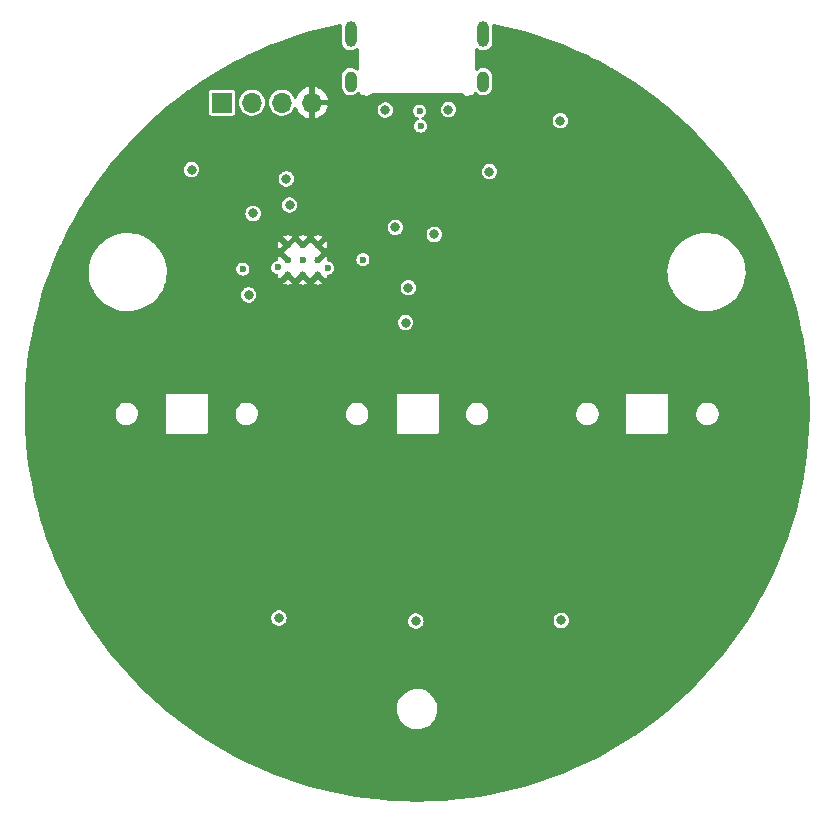
<source format=gbr>
%TF.GenerationSoftware,KiCad,Pcbnew,(7.0.0-0)*%
%TF.CreationDate,2023-04-23T01:53:15-05:00*%
%TF.ProjectId,RP2040_minimal,52503230-3430-45f6-9d69-6e696d616c2e,REV1*%
%TF.SameCoordinates,Original*%
%TF.FileFunction,Copper,L2,Inr*%
%TF.FilePolarity,Positive*%
%FSLAX46Y46*%
G04 Gerber Fmt 4.6, Leading zero omitted, Abs format (unit mm)*
G04 Created by KiCad (PCBNEW (7.0.0-0)) date 2023-04-23 01:53:15*
%MOMM*%
%LPD*%
G01*
G04 APERTURE LIST*
%TA.AperFunction,ComponentPad*%
%ADD10O,1.000000X1.800000*%
%TD*%
%TA.AperFunction,ComponentPad*%
%ADD11O,1.000000X2.200000*%
%TD*%
%TA.AperFunction,ComponentPad*%
%ADD12C,0.600000*%
%TD*%
%TA.AperFunction,ComponentPad*%
%ADD13R,1.700000X1.700000*%
%TD*%
%TA.AperFunction,ComponentPad*%
%ADD14O,1.700000X1.700000*%
%TD*%
%TA.AperFunction,ViaPad*%
%ADD15C,0.800000*%
%TD*%
%TA.AperFunction,ViaPad*%
%ADD16C,0.600000*%
%TD*%
G04 APERTURE END LIST*
D10*
%TO.N,unconnected-(P1-SHIELD-PadS1)*%
%TO.C,P1*%
X5619999Y28119999D03*
D11*
X5619999Y32119999D03*
D10*
X-5619999Y28119999D03*
D11*
X-5619999Y32119999D03*
%TD*%
D12*
%TO.N,GND*%
%TO.C,U3*%
X-8407662Y14297000D03*
X-9682662Y14297000D03*
X-10957662Y14297000D03*
X-8407662Y13022000D03*
X-9682662Y13022000D03*
X-10957662Y13022000D03*
X-8407662Y11747000D03*
X-9682662Y11747000D03*
X-10957662Y11747000D03*
%TD*%
D13*
%TO.N,+3V3*%
%TO.C,J1*%
X-16529999Y26349999D03*
D14*
%TO.N,SWCLK*%
X-13989999Y26349999D03*
%TO.N,SWDIO*%
X-11449999Y26349999D03*
%TO.N,GND*%
X-8909999Y26349999D03*
%TD*%
D15*
%TO.N,GND*%
X-12290000Y24820000D03*
X18166000Y-12706000D03*
X10166000Y-706000D03*
X12166000Y-4706000D03*
D16*
X-9415162Y17709500D03*
D15*
X-7834000Y-30706000D03*
X6166000Y-4706000D03*
X20166000Y13294000D03*
X-7834000Y1294000D03*
X-13834000Y-22706000D03*
X16166000Y-22706000D03*
X18166000Y9294000D03*
X24166000Y-20706000D03*
X4166000Y-30706000D03*
X18166000Y15294000D03*
X7322500Y8765000D03*
D16*
X-13280000Y17779500D03*
D15*
X-4120000Y25800000D03*
X-3270000Y24340000D03*
X-1834000Y-18706000D03*
X-1834000Y5294000D03*
X-7834000Y-6706000D03*
X-5834000Y-6706000D03*
X-9834000Y-18706000D03*
X-19834000Y-2706000D03*
X26166000Y19294000D03*
X2166000Y-12706000D03*
X-2110000Y0D03*
X-17768093Y16850000D03*
X4166000Y-12706000D03*
X-23834000Y7294000D03*
X-17834000Y-2706000D03*
X-23834000Y-20706000D03*
X10166000Y-6706000D03*
X-23834000Y-2706000D03*
X6166000Y-22706000D03*
X-1834000Y-30706000D03*
X8060000Y9855000D03*
D16*
X-17245000Y11620000D03*
D15*
X-27834000Y-12706000D03*
X-14201656Y14582669D03*
X10166000Y-18706000D03*
X14166000Y29294000D03*
X12166000Y-6706000D03*
X14166000Y-22706000D03*
X18166000Y5294000D03*
X-11834000Y-4706000D03*
X-31834000Y-4706000D03*
X2450000Y860000D03*
X-11834000Y1294000D03*
D16*
X-3408750Y8050000D03*
D15*
X8166000Y27294000D03*
X22166000Y-22706000D03*
X-21170000Y13970000D03*
X28166000Y-14706000D03*
X-29834000Y-8706000D03*
X-7834000Y-16706000D03*
X-7834000Y-20706000D03*
X8166000Y-12706000D03*
X-7834000Y-8706000D03*
X26166000Y-18706000D03*
X-9834000Y3294000D03*
X-31834000Y5294000D03*
X-27834000Y-14706000D03*
X-11834000Y-6706000D03*
X4781250Y14670000D03*
X-27834000Y-10706000D03*
X14166000Y-18706000D03*
X8166000Y-30706000D03*
X-15974954Y-1860000D03*
X20166000Y-4706000D03*
X-19834000Y-4706000D03*
X30166000Y1294000D03*
X2370000Y8992500D03*
X6485000Y7730000D03*
X14166000Y-28706000D03*
X-11834000Y-28706000D03*
X-31834000Y1294000D03*
X-11834000Y-8706000D03*
X-27834000Y-706000D03*
X4166000Y-16706000D03*
X-11910000Y-20660000D03*
X12166000Y5294000D03*
X18166000Y11294000D03*
X5190531Y10667576D03*
X-19834000Y-24706000D03*
X166000Y-30706000D03*
X10020000Y8617500D03*
X18166000Y-20706000D03*
X-21834000Y-2706000D03*
X32166000Y-2706000D03*
X-27834000Y5294000D03*
X-15834000Y3294000D03*
X20166000Y9294000D03*
X16166000Y15294000D03*
X12166000Y29294000D03*
X-31834000Y3294000D03*
X30166000Y-6706000D03*
X30166000Y-8706000D03*
X30166000Y-4706000D03*
X-5834000Y5294000D03*
X2166000Y-28706000D03*
X-9834000Y-4706000D03*
X30166000Y9294000D03*
X8166000Y-18706000D03*
X14166000Y-24706000D03*
X-19834000Y-22706000D03*
X-13834000Y-12706000D03*
X6166000Y-6706000D03*
X16166000Y27294000D03*
X8166000Y-4706000D03*
X12166000Y-14706000D03*
X32166000Y1294000D03*
X12937500Y10407500D03*
X12166000Y-12706000D03*
X-19834000Y5294000D03*
X30166000Y-706000D03*
X-21834000Y3294000D03*
X-23834000Y-8706000D03*
X4489898Y26525534D03*
X22166000Y3294000D03*
X30166000Y-10706000D03*
X-7834000Y31294000D03*
X-4520741Y26532318D03*
X14166000Y23294000D03*
X8166000Y25294000D03*
X-3834000Y-30706000D03*
X4166000Y-18706000D03*
D16*
X-16916750Y12698250D03*
D15*
X-27834000Y1294000D03*
X16166000Y-12706000D03*
X4166000Y-8706000D03*
X8166000Y31294000D03*
X10166000Y29294000D03*
X17280000Y0D03*
X16166000Y5294000D03*
X2166000Y-18706000D03*
X22166000Y21294000D03*
X14166000Y-6706000D03*
X-13834000Y29294000D03*
X-15030000Y20260000D03*
X4394000Y19990000D03*
X166000Y9294000D03*
X18166000Y25294000D03*
X20166000Y15294000D03*
X166000Y-4706000D03*
X20166000Y3294000D03*
X10166000Y27294000D03*
X22166000Y5294000D03*
X1470000Y18370000D03*
X9395000Y11792500D03*
X16166000Y9294000D03*
X-3834000Y-18706000D03*
X-21834000Y17294000D03*
X12166000Y-706000D03*
X-27834000Y3294000D03*
X4040000Y-7140000D03*
X4166000Y5294000D03*
X0Y-20600000D03*
D16*
X-3432752Y9720262D03*
D15*
X12166000Y15294000D03*
X-17834000Y3294000D03*
X-13834000Y-4706000D03*
D16*
X-3095000Y15760000D03*
D15*
X21980000Y810000D03*
X-9834000Y1294000D03*
X8166000Y-706000D03*
X1900000Y22510000D03*
X-7834000Y-12706000D03*
X-31834000Y-2706000D03*
X-9834000Y-8706000D03*
X20166000Y-12706000D03*
X-2613000Y22333000D03*
X-5834000Y-4706000D03*
X-1650000Y21370000D03*
X-25834000Y7294000D03*
X12166000Y13294000D03*
X22166000Y23294000D03*
X20166000Y25294000D03*
X-7834000Y-4706000D03*
X-15834000Y-18706000D03*
X11760000Y-23190000D03*
X12166000Y-24706000D03*
X26166000Y-2706000D03*
X9630000Y16810000D03*
X-11834000Y-12706000D03*
X12166000Y1294000D03*
X-6865000Y-23165000D03*
X166000Y-6706000D03*
X-13834000Y-8706000D03*
X-11834000Y-22706000D03*
X-15460000Y-7080000D03*
X6166000Y-30706000D03*
X26085000Y-16545000D03*
D16*
X-6427662Y6643824D03*
D15*
X-11834000Y29294000D03*
X-4970000Y24970000D03*
X12166000Y27294000D03*
X-7834000Y29294000D03*
X-9834000Y-22706000D03*
D16*
X-1982662Y13072000D03*
D15*
X20166000Y-24706000D03*
X-27834000Y-4706000D03*
X-17834000Y-18706000D03*
X18166000Y-6706000D03*
X16166000Y-16706000D03*
X14166000Y17294000D03*
X-9834000Y-12706000D03*
X-13834000Y5294000D03*
X-7834000Y-706000D03*
X20166000Y11294000D03*
X16166000Y-14706000D03*
X-17834000Y-24706000D03*
X3800000Y25970000D03*
X20166000Y21294000D03*
X18166000Y-18706000D03*
X2166000Y5294000D03*
X-15834000Y5294000D03*
X12166000Y-28706000D03*
X22166000Y-10706000D03*
X26166000Y7294000D03*
X30166000Y7294000D03*
X166000Y7294000D03*
X-27834000Y-2706000D03*
X-7834000Y-28706000D03*
D16*
X-1765000Y9400000D03*
D15*
X26166000Y-6706000D03*
X-17834000Y5294000D03*
X14166000Y-14706000D03*
X-25834000Y-12706000D03*
X8166000Y1294000D03*
X32166000Y3294000D03*
X-9834000Y-706000D03*
X-13834000Y-6706000D03*
X5950000Y26300000D03*
X16166000Y13294000D03*
X166000Y-28706000D03*
X14166000Y-4706000D03*
X-8970000Y24540000D03*
X28166000Y-10706000D03*
X8166000Y29294000D03*
X8166000Y-24706000D03*
X30166000Y3294000D03*
D16*
X-3320000Y8820000D03*
D15*
X-9834000Y-6706000D03*
X26166000Y5294000D03*
X-3834000Y1294000D03*
X-1834000Y-12706000D03*
X6166000Y-8706000D03*
X30166000Y5294000D03*
X-3834000Y5294000D03*
X166000Y5294000D03*
X14166000Y5294000D03*
X24166000Y-8706000D03*
X8166000Y-8706000D03*
X-25834000Y5294000D03*
X2166000Y-30706000D03*
X-21834000Y-22706000D03*
X8166000Y-6706000D03*
X20166000Y-10706000D03*
X16166000Y25294000D03*
X-11834000Y-24706000D03*
X-15925000Y25000D03*
X14166000Y-12706000D03*
X-31834000Y-706000D03*
X24166000Y7294000D03*
X24166000Y3294000D03*
X-13834000Y-18706000D03*
X14166000Y13294000D03*
X-1834000Y-28706000D03*
X-9834000Y31294000D03*
X18166000Y13294000D03*
X10166000Y1294000D03*
X24166000Y21294000D03*
X30166000Y11294000D03*
X10166000Y-8706000D03*
X-27834000Y7294000D03*
X28166000Y-12706000D03*
X14166000Y27294000D03*
X-17260000Y24670000D03*
X14166000Y15294000D03*
X4570000Y23140000D03*
X16166000Y-18706000D03*
X-21670000Y-10000D03*
X-12665000Y8000000D03*
X10166000Y-4706000D03*
X32166000Y-706000D03*
X-9834000Y29294000D03*
X-20510000Y11330000D03*
X-11834000Y-706000D03*
X18600000Y20890000D03*
X-15834000Y17294000D03*
X16166000Y11294000D03*
X20166000Y5294000D03*
X-5834000Y-30706000D03*
X-3834000Y-12706000D03*
X10166000Y-12706000D03*
X16166000Y-20706000D03*
X20166000Y23294000D03*
X-19834000Y-6706000D03*
X-7834000Y-18706000D03*
X12220000Y-20610000D03*
X-21834000Y-20706000D03*
X-16900000Y-15400000D03*
X-11834000Y5294000D03*
X30166000Y-2706000D03*
X26166000Y-12706000D03*
X-7834000Y-24706000D03*
X-29834000Y-10706000D03*
X12166000Y-8706000D03*
X-21230000Y19040000D03*
X-13834000Y-28706000D03*
X-6795000Y24580000D03*
X-19834000Y3294000D03*
X23530000Y-7140000D03*
X166000Y-12706000D03*
X-15834000Y-26706000D03*
%TO.N,VBUS*%
X2650000Y25750000D03*
X-2690000Y25720000D03*
%TO.N,BUTT0*%
X-11695000Y-17285000D03*
%TO.N,+5V*%
X12120000Y24810000D03*
X6120000Y20500000D03*
D16*
%TO.N,USB_D+*%
X210000Y25640000D03*
X303779Y24365500D03*
D15*
%TO.N,LED_D*%
X-13880000Y16960000D03*
%TO.N,BUTT1*%
X-110000Y-17540000D03*
%TO.N,BUTT2*%
X12202500Y-17490000D03*
D16*
%TO.N,+1V1*%
X-14755000Y12248000D03*
X-7582662Y12332000D03*
X-11792662Y12384500D03*
X-4592147Y13058202D03*
D15*
%TO.N,+3V3*%
X-980000Y7720000D03*
X-750000Y10670000D03*
X-11080000Y19890000D03*
X1450000Y15180000D03*
X-10800000Y17680000D03*
X-1840000Y15780000D03*
%TO.N,Net-(R6-Pad1)*%
X-19100000Y20670000D03*
%TO.N,Net-(U3-RUN)*%
X-14270000Y10070000D03*
%TD*%
%TA.AperFunction,Conductor*%
%TO.N,GND*%
G36*
X6841630Y32928140D02*
G01*
X6845759Y32927271D01*
X7960111Y32672643D01*
X7964226Y32671628D01*
X8751743Y32462838D01*
X9069137Y32378689D01*
X9073255Y32377521D01*
X10167407Y32046620D01*
X10171414Y32045332D01*
X11224882Y31686608D01*
X11253456Y31676878D01*
X11257486Y31675429D01*
X12326207Y31269835D01*
X12330144Y31268262D01*
X13384220Y30826029D01*
X13388064Y30824338D01*
X14426311Y30345960D01*
X14430094Y30344137D01*
X14803122Y30156392D01*
X15451127Y29830252D01*
X15454916Y29828263D01*
X15892438Y29588788D01*
X16457623Y29279437D01*
X16461324Y29277328D01*
X17177913Y28852326D01*
X17444483Y28694226D01*
X17448126Y28691979D01*
X18410552Y28075307D01*
X18414115Y28072936D01*
X19354666Y27423429D01*
X19358146Y27420937D01*
X20275767Y26739320D01*
X20279159Y26736708D01*
X20783311Y26334491D01*
X21169759Y26026179D01*
X21172670Y26023857D01*
X21175969Y26021131D01*
X22044372Y25277844D01*
X22047575Y25275005D01*
X22889784Y24502211D01*
X22892888Y24499263D01*
X23128870Y24267229D01*
X23575460Y23828109D01*
X23707950Y23697836D01*
X23710949Y23694782D01*
X24497838Y22865731D01*
X24500731Y22862577D01*
X25258556Y22006841D01*
X25261338Y22003588D01*
X25989171Y21122215D01*
X25991839Y21118868D01*
X26228919Y20810700D01*
X26580937Y20353130D01*
X26688818Y20212902D01*
X26691361Y20209476D01*
X26947736Y19851295D01*
X27356664Y19279984D01*
X27359095Y19276461D01*
X27991918Y18324567D01*
X27994226Y18320962D01*
X28333528Y17770259D01*
X28593830Y17347775D01*
X28596006Y17344103D01*
X29161653Y16350824D01*
X29163706Y16347069D01*
X29694728Y15334872D01*
X29696651Y15331048D01*
X30192427Y14301117D01*
X30194217Y14297229D01*
X30654163Y13250774D01*
X30655817Y13246826D01*
X31079359Y12185156D01*
X31080874Y12181158D01*
X31104876Y12114386D01*
X31467521Y11105504D01*
X31468899Y11101451D01*
X31818204Y10013054D01*
X31819442Y10008957D01*
X32130968Y8909177D01*
X32132063Y8905039D01*
X32405441Y7795178D01*
X32406393Y7791005D01*
X32535286Y7177229D01*
X32638294Y6686710D01*
X32641312Y6672341D01*
X32642119Y6668137D01*
X32838281Y5542069D01*
X32838943Y5537841D01*
X32996131Y4405625D01*
X32996646Y4401376D01*
X33114658Y3264467D01*
X33115027Y3260202D01*
X33193733Y2119848D01*
X33193954Y2115574D01*
X33233256Y973190D01*
X33233329Y968910D01*
X33233180Y-174117D01*
X33233106Y-178397D01*
X33193506Y-1320801D01*
X33193283Y-1325075D01*
X33114284Y-2465347D01*
X33113915Y-2469612D01*
X32995602Y-3606525D01*
X32995086Y-3610774D01*
X32837604Y-4742945D01*
X32836941Y-4747173D01*
X32640481Y-5873218D01*
X32639672Y-5877422D01*
X32404473Y-6995975D01*
X32403521Y-7000147D01*
X32129841Y-8109985D01*
X32128744Y-8114123D01*
X31816940Y-9213795D01*
X31815702Y-9217892D01*
X31466110Y-10306207D01*
X31464730Y-10310259D01*
X31077808Y-11385799D01*
X31076290Y-11389801D01*
X30652468Y-12451370D01*
X30650813Y-12455317D01*
X30190599Y-13501643D01*
X30188808Y-13505531D01*
X29692764Y-14535332D01*
X29690840Y-14539156D01*
X29159548Y-15551226D01*
X29157494Y-15554980D01*
X28591589Y-16548112D01*
X28589406Y-16551794D01*
X27989553Y-17524814D01*
X27987244Y-17528418D01*
X27354183Y-18480134D01*
X27351751Y-18483657D01*
X26686203Y-19412978D01*
X26683651Y-19416414D01*
X25986449Y-20322183D01*
X25983780Y-20325530D01*
X25255719Y-21206712D01*
X25252937Y-21209964D01*
X24494874Y-22065520D01*
X24491980Y-22068674D01*
X23704862Y-22897534D01*
X23701861Y-22900586D01*
X22886618Y-23701772D01*
X22883514Y-23704719D01*
X22041106Y-24477293D01*
X22037902Y-24480132D01*
X21169289Y-25223207D01*
X21165989Y-25225932D01*
X20272306Y-25938538D01*
X20268914Y-25941149D01*
X19351134Y-26622514D01*
X19347654Y-26625006D01*
X18406901Y-27274291D01*
X18403337Y-27276661D01*
X17440729Y-27893096D01*
X17437085Y-27895341D01*
X16453819Y-28478159D01*
X16450100Y-28480278D01*
X15447268Y-29028834D01*
X15443478Y-29030823D01*
X14422314Y-29544440D01*
X14418457Y-29546297D01*
X13380194Y-30024354D01*
X13376276Y-30026077D01*
X12322102Y-30468028D01*
X12318127Y-30469614D01*
X11249369Y-30874904D01*
X11245341Y-30876353D01*
X10163175Y-31244534D01*
X10159099Y-31245842D01*
X9064922Y-31576440D01*
X9060804Y-31577607D01*
X7955871Y-31870243D01*
X7951715Y-31871268D01*
X6837299Y-32125605D01*
X6833111Y-32126485D01*
X5710598Y-32342204D01*
X5706381Y-32342939D01*
X4577094Y-32519788D01*
X4572854Y-32520377D01*
X3438160Y-32658143D01*
X3433903Y-32658586D01*
X2295084Y-32757111D01*
X2290814Y-32757406D01*
X1149312Y-32816566D01*
X1145034Y-32816714D01*
X2148Y-32836443D01*
X-2132Y-32836443D01*
X-1145019Y-32816714D01*
X-1149297Y-32816566D01*
X-2290799Y-32757407D01*
X-2295069Y-32757112D01*
X-3433888Y-32658587D01*
X-3438145Y-32658144D01*
X-4572839Y-32520378D01*
X-4577079Y-32519789D01*
X-5706371Y-32342940D01*
X-5710580Y-32342206D01*
X-6360149Y-32217375D01*
X-6833090Y-32126488D01*
X-6837278Y-32125608D01*
X-7951700Y-31871270D01*
X-7955856Y-31870245D01*
X-9060789Y-31577609D01*
X-9064907Y-31576442D01*
X-10159084Y-31245845D01*
X-10163160Y-31244537D01*
X-11245326Y-30876356D01*
X-11249354Y-30874907D01*
X-12318113Y-30469617D01*
X-12322088Y-30468031D01*
X-13376262Y-30026080D01*
X-13380180Y-30024357D01*
X-14418442Y-29546300D01*
X-14422299Y-29544443D01*
X-15443464Y-29030827D01*
X-15447254Y-29028838D01*
X-16450086Y-28480282D01*
X-16453805Y-28478163D01*
X-17437071Y-27895345D01*
X-17440715Y-27893100D01*
X-18403323Y-27276665D01*
X-18406887Y-27274295D01*
X-19238263Y-26700500D01*
X-19347647Y-26625006D01*
X-19351120Y-26622519D01*
X-19559108Y-26468108D01*
X-20143948Y-26033920D01*
X-20268901Y-25941154D01*
X-20272293Y-25938543D01*
X-21165976Y-25225937D01*
X-21169276Y-25223212D01*
X-21506560Y-24934675D01*
X-1704252Y-24934675D01*
X-1704071Y-24939423D01*
X-1704070Y-24939423D01*
X-1694434Y-25190842D01*
X-1694433Y-25190853D01*
X-1694251Y-25195593D01*
X-1693349Y-25200248D01*
X-1693347Y-25200258D01*
X-1669210Y-25324713D01*
X-1644538Y-25451927D01*
X-1642933Y-25456398D01*
X-1642930Y-25456406D01*
X-1557889Y-25693187D01*
X-1557886Y-25693194D01*
X-1556279Y-25697668D01*
X-1431541Y-25927057D01*
X-1273250Y-26134716D01*
X-1085114Y-26315778D01*
X-871544Y-26465999D01*
X-750391Y-26525986D01*
X-641805Y-26579751D01*
X-641802Y-26579752D01*
X-637547Y-26581859D01*
X-388605Y-26660641D01*
X-130555Y-26700500D01*
X62798Y-26700500D01*
X65177Y-26700500D01*
X260344Y-26685516D01*
X514586Y-26626021D01*
X756766Y-26528414D01*
X981208Y-26394982D01*
X1182652Y-26228852D01*
X1356375Y-26033920D01*
X1498306Y-25814753D01*
X1605118Y-25576489D01*
X1674307Y-25324713D01*
X1704252Y-25065325D01*
X1694251Y-24804407D01*
X1644538Y-24548073D01*
X1556279Y-24302332D01*
X1431541Y-24072943D01*
X1273250Y-23865284D01*
X1104917Y-23703280D01*
X1088538Y-23687517D01*
X1088536Y-23687515D01*
X1085114Y-23684222D01*
X871544Y-23534001D01*
X810772Y-23503911D01*
X641804Y-23420248D01*
X641795Y-23420244D01*
X637547Y-23418141D01*
X633021Y-23416708D01*
X633017Y-23416707D01*
X393131Y-23340791D01*
X393126Y-23340790D01*
X388605Y-23339359D01*
X383925Y-23338636D01*
X383916Y-23338634D01*
X135245Y-23300224D01*
X135239Y-23300223D01*
X130555Y-23299500D01*
X-65177Y-23299500D01*
X-67544Y-23299681D01*
X-67552Y-23299682D01*
X-255599Y-23314119D01*
X-255609Y-23314120D01*
X-260344Y-23314484D01*
X-264972Y-23315566D01*
X-264979Y-23315568D01*
X-509951Y-23372894D01*
X-509956Y-23372895D01*
X-514586Y-23373979D01*
X-519001Y-23375758D01*
X-519003Y-23375759D01*
X-752356Y-23469808D01*
X-752363Y-23469811D01*
X-756766Y-23471586D01*
X-760841Y-23474008D01*
X-760850Y-23474013D01*
X-977121Y-23602587D01*
X-977133Y-23602595D01*
X-981208Y-23605018D01*
X-984868Y-23608036D01*
X-984876Y-23608042D01*
X-1102127Y-23704739D01*
X-1182652Y-23771148D01*
X-1185815Y-23774696D01*
X-1185818Y-23774700D01*
X-1353210Y-23962527D01*
X-1353219Y-23962538D01*
X-1356375Y-23966080D01*
X-1358956Y-23970065D01*
X-1358964Y-23970076D01*
X-1495718Y-24181249D01*
X-1495724Y-24181259D01*
X-1498306Y-24185247D01*
X-1500251Y-24189584D01*
X-1500254Y-24189591D01*
X-1603175Y-24419175D01*
X-1603179Y-24419183D01*
X-1605118Y-24423511D01*
X-1606375Y-24428082D01*
X-1606378Y-24428093D01*
X-1673048Y-24670702D01*
X-1673051Y-24670714D01*
X-1674307Y-24675287D01*
X-1674852Y-24680003D01*
X-1674852Y-24680006D01*
X-1703708Y-24929955D01*
X-1703709Y-24929966D01*
X-1704252Y-24934675D01*
X-21506560Y-24934675D01*
X-22037889Y-24480137D01*
X-22041093Y-24477298D01*
X-22883487Y-23704739D01*
X-22886592Y-23701792D01*
X-23295756Y-23299682D01*
X-23701871Y-22900569D01*
X-23704863Y-22897525D01*
X-24491968Y-22068679D01*
X-24491973Y-22068674D01*
X-24491977Y-22068670D01*
X-24494862Y-22065525D01*
X-25252925Y-21209970D01*
X-25255707Y-21206718D01*
X-25983768Y-20325537D01*
X-25986437Y-20322190D01*
X-26683640Y-19416420D01*
X-26686192Y-19412984D01*
X-26874157Y-19150524D01*
X-27351743Y-18483657D01*
X-27354162Y-18480154D01*
X-27571981Y-18152696D01*
X-27987243Y-17528410D01*
X-27989551Y-17524807D01*
X-28036388Y-17448832D01*
X-28137388Y-17285000D01*
X-12350278Y-17285000D01*
X-12349374Y-17292445D01*
X-12332142Y-17434370D01*
X-12332141Y-17434375D01*
X-12331237Y-17441818D01*
X-12328578Y-17448831D01*
X-12328577Y-17448832D01*
X-12298397Y-17528412D01*
X-12275220Y-17589523D01*
X-12185483Y-17719530D01*
X-12179874Y-17724499D01*
X-12179873Y-17724500D01*
X-12100833Y-17794523D01*
X-12067240Y-17824283D01*
X-11927365Y-17897696D01*
X-11843530Y-17918359D01*
X-11798329Y-17929500D01*
X-11773985Y-17935500D01*
X-11623515Y-17935500D01*
X-11616015Y-17935500D01*
X-11462635Y-17897696D01*
X-11322760Y-17824283D01*
X-11204517Y-17719530D01*
X-11114780Y-17589523D01*
X-11095998Y-17540000D01*
X-765278Y-17540000D01*
X-764374Y-17547445D01*
X-747142Y-17689370D01*
X-747141Y-17689375D01*
X-746237Y-17696818D01*
X-743578Y-17703831D01*
X-743577Y-17703832D01*
X-696574Y-17827771D01*
X-690220Y-17844523D01*
X-685957Y-17850699D01*
X-627424Y-17935500D01*
X-600483Y-17974530D01*
X-482240Y-18079283D01*
X-342365Y-18152696D01*
X-188985Y-18190500D01*
X-38515Y-18190500D01*
X-31015Y-18190500D01*
X122365Y-18152696D01*
X262240Y-18079283D01*
X380483Y-17974530D01*
X470220Y-17844523D01*
X526237Y-17696818D01*
X545278Y-17540000D01*
X539207Y-17490000D01*
X11547222Y-17490000D01*
X11548126Y-17497445D01*
X11565358Y-17639370D01*
X11565359Y-17639375D01*
X11566263Y-17646818D01*
X11568922Y-17653831D01*
X11568923Y-17653832D01*
X11591498Y-17713359D01*
X11622280Y-17794523D01*
X11626543Y-17800699D01*
X11691088Y-17894210D01*
X11712017Y-17924530D01*
X11830260Y-18029283D01*
X11970135Y-18102696D01*
X12123515Y-18140500D01*
X12273985Y-18140500D01*
X12281485Y-18140500D01*
X12434865Y-18102696D01*
X12574740Y-18029283D01*
X12692983Y-17924530D01*
X12782720Y-17794523D01*
X12838737Y-17646818D01*
X12857778Y-17490000D01*
X12838737Y-17333182D01*
X12782720Y-17185477D01*
X12692983Y-17055470D01*
X12616253Y-16987494D01*
X12580356Y-16955692D01*
X12580354Y-16955690D01*
X12574740Y-16950717D01*
X12568095Y-16947229D01*
X12568093Y-16947228D01*
X12441506Y-16880789D01*
X12441502Y-16880787D01*
X12434865Y-16877304D01*
X12427587Y-16875510D01*
X12427584Y-16875509D01*
X12288767Y-16841294D01*
X12288760Y-16841293D01*
X12281485Y-16839500D01*
X12123515Y-16839500D01*
X12116240Y-16841292D01*
X12116232Y-16841294D01*
X11977415Y-16875509D01*
X11977409Y-16875510D01*
X11970135Y-16877304D01*
X11963500Y-16880786D01*
X11963493Y-16880789D01*
X11836906Y-16947228D01*
X11836900Y-16947231D01*
X11830260Y-16950717D01*
X11824648Y-16955687D01*
X11824643Y-16955692D01*
X11717627Y-17050499D01*
X11717622Y-17050503D01*
X11712017Y-17055470D01*
X11707762Y-17061634D01*
X11707757Y-17061640D01*
X11626543Y-17179300D01*
X11626540Y-17179303D01*
X11622280Y-17185477D01*
X11619620Y-17192488D01*
X11619618Y-17192494D01*
X11581712Y-17292445D01*
X11566263Y-17333182D01*
X11565359Y-17340622D01*
X11565358Y-17340629D01*
X11548570Y-17478896D01*
X11547222Y-17490000D01*
X539207Y-17490000D01*
X526237Y-17383182D01*
X470220Y-17235477D01*
X380483Y-17105470D01*
X262240Y-17000717D01*
X255595Y-16997229D01*
X255593Y-16997228D01*
X129006Y-16930789D01*
X129002Y-16930787D01*
X122365Y-16927304D01*
X115087Y-16925510D01*
X115084Y-16925509D01*
X-23733Y-16891294D01*
X-23740Y-16891293D01*
X-31015Y-16889500D01*
X-188985Y-16889500D01*
X-196260Y-16891292D01*
X-196268Y-16891294D01*
X-335085Y-16925509D01*
X-335091Y-16925510D01*
X-342365Y-16927304D01*
X-349000Y-16930786D01*
X-349007Y-16930789D01*
X-475594Y-16997228D01*
X-475600Y-16997231D01*
X-482240Y-17000717D01*
X-487852Y-17005687D01*
X-487857Y-17005692D01*
X-594873Y-17100499D01*
X-594878Y-17100503D01*
X-600483Y-17105470D01*
X-604738Y-17111634D01*
X-604743Y-17111640D01*
X-685957Y-17229300D01*
X-685960Y-17229303D01*
X-690220Y-17235477D01*
X-692880Y-17242488D01*
X-692882Y-17242494D01*
X-727275Y-17333182D01*
X-746237Y-17383182D01*
X-747141Y-17390622D01*
X-747142Y-17390629D01*
X-758303Y-17482555D01*
X-765278Y-17540000D01*
X-11095998Y-17540000D01*
X-11058763Y-17441818D01*
X-11039722Y-17285000D01*
X-11058763Y-17128182D01*
X-11114780Y-16980477D01*
X-11204517Y-16850470D01*
X-11322760Y-16745717D01*
X-11329405Y-16742229D01*
X-11329407Y-16742228D01*
X-11455994Y-16675789D01*
X-11455998Y-16675787D01*
X-11462635Y-16672304D01*
X-11469913Y-16670510D01*
X-11469916Y-16670509D01*
X-11608733Y-16636294D01*
X-11608740Y-16636293D01*
X-11616015Y-16634500D01*
X-11773985Y-16634500D01*
X-11781260Y-16636292D01*
X-11781268Y-16636294D01*
X-11920085Y-16670509D01*
X-11920091Y-16670510D01*
X-11927365Y-16672304D01*
X-11934000Y-16675786D01*
X-11934007Y-16675789D01*
X-12060594Y-16742228D01*
X-12060600Y-16742231D01*
X-12067240Y-16745717D01*
X-12072852Y-16750687D01*
X-12072857Y-16750692D01*
X-12179873Y-16845499D01*
X-12179878Y-16845503D01*
X-12185483Y-16850470D01*
X-12189738Y-16856634D01*
X-12189743Y-16856640D01*
X-12270957Y-16974300D01*
X-12270960Y-16974303D01*
X-12275220Y-16980477D01*
X-12277880Y-16987488D01*
X-12277882Y-16987494D01*
X-12328577Y-17121167D01*
X-12331237Y-17128182D01*
X-12332141Y-17135622D01*
X-12332142Y-17135629D01*
X-12337444Y-17179300D01*
X-12350278Y-17285000D01*
X-28137388Y-17285000D01*
X-28589405Y-16551784D01*
X-28591578Y-16548119D01*
X-29157483Y-15554987D01*
X-29159537Y-15551233D01*
X-29690829Y-14539163D01*
X-29692753Y-14535339D01*
X-30188797Y-13505539D01*
X-30190588Y-13501651D01*
X-30190592Y-13501643D01*
X-30650803Y-12455325D01*
X-30652458Y-12451378D01*
X-31033415Y-11497174D01*
X-31076286Y-11389794D01*
X-31077798Y-11385807D01*
X-31464721Y-10310266D01*
X-31466101Y-10306214D01*
X-31786567Y-9308568D01*
X-31815700Y-9217875D01*
X-31816930Y-9213803D01*
X-31816932Y-9213795D01*
X-32128743Y-8114103D01*
X-32129825Y-8110021D01*
X-32403516Y-7000141D01*
X-32404464Y-6995983D01*
X-32639668Y-5877404D01*
X-32640472Y-5873226D01*
X-32836933Y-4747181D01*
X-32837596Y-4742953D01*
X-32995078Y-3610782D01*
X-32995594Y-3606533D01*
X-32995595Y-3606525D01*
X-33113912Y-2469569D01*
X-33114272Y-2465407D01*
X-33193278Y-1325037D01*
X-33193496Y-1320854D01*
X-33233100Y-178364D01*
X-33233173Y-174166D01*
X-33233189Y-48390D01*
X-25534176Y-48390D01*
X-25533225Y-54602D01*
X-25533224Y-54608D01*
X-25505856Y-233259D01*
X-25505854Y-233267D01*
X-25504903Y-239474D01*
X-25502722Y-245364D01*
X-25502720Y-245370D01*
X-25472960Y-325722D01*
X-25437764Y-420753D01*
X-25434438Y-426089D01*
X-25434436Y-426093D01*
X-25381919Y-510350D01*
X-25335509Y-584807D01*
X-25202323Y-724919D01*
X-25043658Y-835353D01*
X-24866012Y-911587D01*
X-24676656Y-950500D01*
X-24534936Y-950500D01*
X-24531794Y-950500D01*
X-24387679Y-935845D01*
X-24203232Y-877974D01*
X-24034209Y-784159D01*
X-23887532Y-658240D01*
X-23769204Y-505373D01*
X-23684070Y-331816D01*
X-23635615Y-144674D01*
X-23625824Y48390D01*
X-23655097Y239474D01*
X-23722236Y420753D01*
X-23774980Y505373D01*
X-23821165Y579471D01*
X-23821166Y579472D01*
X-23824491Y584807D01*
X-23957677Y724919D01*
X-24116342Y835353D01*
X-24122116Y837831D01*
X-24122118Y837832D01*
X-24288214Y909109D01*
X-24288213Y909109D01*
X-24293988Y911587D01*
X-24300142Y912852D01*
X-24300143Y912852D01*
X-24477186Y949235D01*
X-24477191Y949236D01*
X-24483344Y950500D01*
X-24628206Y950500D01*
X-24631317Y950184D01*
X-24631330Y950183D01*
X-24766069Y936481D01*
X-24766072Y936481D01*
X-24772321Y935845D01*
X-24778319Y933964D01*
X-24778320Y933963D01*
X-24950765Y879858D01*
X-24950770Y879857D01*
X-24956768Y877974D01*
X-24962264Y874924D01*
X-24962270Y874921D01*
X-25120292Y787212D01*
X-25120298Y787208D01*
X-25125791Y784159D01*
X-25130556Y780070D01*
X-25130561Y780065D01*
X-25267700Y662334D01*
X-25267705Y662330D01*
X-25272468Y658240D01*
X-25276311Y653276D01*
X-25276318Y653268D01*
X-25386943Y510351D01*
X-25390796Y505373D01*
X-25393564Y499732D01*
X-25393568Y499724D01*
X-25473160Y337464D01*
X-25475930Y331816D01*
X-25477507Y325727D01*
X-25477508Y325723D01*
X-25501448Y233260D01*
X-25524385Y144674D01*
X-25524704Y138394D01*
X-25524704Y138390D01*
X-25533858Y-42108D01*
X-25533858Y-42113D01*
X-25534176Y-48390D01*
X-33233189Y-48390D01*
X-33233322Y968919D01*
X-33233249Y973182D01*
X-33208244Y1700000D01*
X-21250000Y1700000D01*
X-21250000Y-1630000D01*
X-21180000Y-1700000D01*
X-17852211Y-1700000D01*
X-17840000Y-1700000D01*
X-17730000Y-1590000D01*
X-17730000Y-48390D01*
X-15374176Y-48390D01*
X-15373225Y-54602D01*
X-15373224Y-54608D01*
X-15345856Y-233259D01*
X-15345854Y-233267D01*
X-15344903Y-239474D01*
X-15342722Y-245364D01*
X-15342720Y-245370D01*
X-15312960Y-325722D01*
X-15277764Y-420753D01*
X-15274438Y-426089D01*
X-15274436Y-426093D01*
X-15221919Y-510350D01*
X-15175509Y-584807D01*
X-15042323Y-724919D01*
X-14883658Y-835353D01*
X-14706012Y-911587D01*
X-14516656Y-950500D01*
X-14374936Y-950500D01*
X-14371794Y-950500D01*
X-14227679Y-935845D01*
X-14043232Y-877974D01*
X-13874209Y-784159D01*
X-13727532Y-658240D01*
X-13609204Y-505373D01*
X-13524070Y-331816D01*
X-13475615Y-144674D01*
X-13470732Y-48390D01*
X-6034176Y-48390D01*
X-6033225Y-54602D01*
X-6033224Y-54608D01*
X-6005856Y-233259D01*
X-6005854Y-233267D01*
X-6004903Y-239474D01*
X-6002722Y-245364D01*
X-6002720Y-245370D01*
X-5972960Y-325722D01*
X-5937764Y-420753D01*
X-5934438Y-426089D01*
X-5934436Y-426093D01*
X-5881919Y-510350D01*
X-5835509Y-584807D01*
X-5702323Y-724919D01*
X-5543658Y-835353D01*
X-5366012Y-911587D01*
X-5176656Y-950500D01*
X-5034936Y-950500D01*
X-5031794Y-950500D01*
X-4887679Y-935845D01*
X-4703232Y-877974D01*
X-4534209Y-784159D01*
X-4387532Y-658240D01*
X-4269204Y-505373D01*
X-4184070Y-331816D01*
X-4135615Y-144674D01*
X-4125824Y48390D01*
X-4155097Y239474D01*
X-4222236Y420753D01*
X-4274980Y505373D01*
X-4321165Y579471D01*
X-4321166Y579472D01*
X-4324491Y584807D01*
X-4457677Y724919D01*
X-4616342Y835353D01*
X-4622116Y837831D01*
X-4622118Y837832D01*
X-4788214Y909109D01*
X-4788213Y909109D01*
X-4793988Y911587D01*
X-4800142Y912852D01*
X-4800143Y912852D01*
X-4977186Y949235D01*
X-4977191Y949236D01*
X-4983344Y950500D01*
X-5128206Y950500D01*
X-5131317Y950184D01*
X-5131330Y950183D01*
X-5266069Y936481D01*
X-5266072Y936481D01*
X-5272321Y935845D01*
X-5278319Y933964D01*
X-5278320Y933963D01*
X-5450765Y879858D01*
X-5450770Y879857D01*
X-5456768Y877974D01*
X-5462264Y874924D01*
X-5462270Y874921D01*
X-5620292Y787212D01*
X-5620298Y787208D01*
X-5625791Y784159D01*
X-5630556Y780070D01*
X-5630561Y780065D01*
X-5767700Y662334D01*
X-5767705Y662330D01*
X-5772468Y658240D01*
X-5776311Y653276D01*
X-5776318Y653268D01*
X-5886943Y510351D01*
X-5890796Y505373D01*
X-5893564Y499732D01*
X-5893568Y499724D01*
X-5973160Y337464D01*
X-5975930Y331816D01*
X-5977507Y325727D01*
X-5977508Y325723D01*
X-6001448Y233260D01*
X-6024385Y144674D01*
X-6024704Y138394D01*
X-6024704Y138390D01*
X-6033858Y-42108D01*
X-6033858Y-42113D01*
X-6034176Y-48390D01*
X-13470732Y-48390D01*
X-13465824Y48390D01*
X-13495097Y239474D01*
X-13562236Y420753D01*
X-13614980Y505373D01*
X-13661165Y579471D01*
X-13661166Y579472D01*
X-13664491Y584807D01*
X-13797677Y724919D01*
X-13956342Y835353D01*
X-13962116Y837831D01*
X-13962118Y837832D01*
X-14128214Y909109D01*
X-14128213Y909109D01*
X-14133988Y911587D01*
X-14140142Y912852D01*
X-14140143Y912852D01*
X-14317186Y949235D01*
X-14317191Y949236D01*
X-14323344Y950500D01*
X-14468206Y950500D01*
X-14471317Y950184D01*
X-14471330Y950183D01*
X-14606069Y936481D01*
X-14606072Y936481D01*
X-14612321Y935845D01*
X-14618319Y933964D01*
X-14618320Y933963D01*
X-14790765Y879858D01*
X-14790770Y879857D01*
X-14796768Y877974D01*
X-14802264Y874924D01*
X-14802270Y874921D01*
X-14960292Y787212D01*
X-14960298Y787208D01*
X-14965791Y784159D01*
X-14970556Y780070D01*
X-14970561Y780065D01*
X-15107700Y662334D01*
X-15107705Y662330D01*
X-15112468Y658240D01*
X-15116311Y653276D01*
X-15116318Y653268D01*
X-15226943Y510351D01*
X-15230796Y505373D01*
X-15233564Y499732D01*
X-15233568Y499724D01*
X-15313160Y337464D01*
X-15315930Y331816D01*
X-15317507Y325727D01*
X-15317508Y325723D01*
X-15341448Y233260D01*
X-15364385Y144674D01*
X-15364704Y138394D01*
X-15364704Y138390D01*
X-15373858Y-42108D01*
X-15373858Y-42113D01*
X-15374176Y-48390D01*
X-17730000Y-48390D01*
X-17730000Y1690000D01*
X-17740000Y1700000D01*
X-21250000Y1700000D01*
X-33208244Y1700000D01*
X-33207900Y1710000D01*
X-1690000Y1710000D01*
X-1690000Y-1620000D01*
X-1620000Y-1690000D01*
X1707789Y-1690000D01*
X1720000Y-1690000D01*
X1830000Y-1580000D01*
X1830000Y-48390D01*
X4125824Y-48390D01*
X4126775Y-54602D01*
X4126776Y-54608D01*
X4154144Y-233259D01*
X4154146Y-233267D01*
X4155097Y-239474D01*
X4157278Y-245364D01*
X4157280Y-245370D01*
X4187040Y-325722D01*
X4222236Y-420753D01*
X4225562Y-426089D01*
X4225564Y-426093D01*
X4278081Y-510350D01*
X4324491Y-584807D01*
X4457677Y-724919D01*
X4616342Y-835353D01*
X4793988Y-911587D01*
X4983344Y-950500D01*
X5125064Y-950500D01*
X5128206Y-950500D01*
X5272321Y-935845D01*
X5456768Y-877974D01*
X5625791Y-784159D01*
X5772468Y-658240D01*
X5890796Y-505373D01*
X5975930Y-331816D01*
X6024385Y-144674D01*
X6029268Y-48390D01*
X13465824Y-48390D01*
X13466775Y-54602D01*
X13466776Y-54608D01*
X13494144Y-233259D01*
X13494146Y-233267D01*
X13495097Y-239474D01*
X13497278Y-245364D01*
X13497280Y-245370D01*
X13527040Y-325722D01*
X13562236Y-420753D01*
X13565562Y-426089D01*
X13565564Y-426093D01*
X13618081Y-510350D01*
X13664491Y-584807D01*
X13797677Y-724919D01*
X13956342Y-835353D01*
X14133988Y-911587D01*
X14323344Y-950500D01*
X14465064Y-950500D01*
X14468206Y-950500D01*
X14612321Y-935845D01*
X14796768Y-877974D01*
X14965791Y-784159D01*
X15112468Y-658240D01*
X15230796Y-505373D01*
X15315930Y-331816D01*
X15364385Y-144674D01*
X15374176Y48390D01*
X15344903Y239474D01*
X15277764Y420753D01*
X15225020Y505373D01*
X15178835Y579471D01*
X15178834Y579472D01*
X15175509Y584807D01*
X15042323Y724919D01*
X14883658Y835353D01*
X14877884Y837831D01*
X14877882Y837832D01*
X14711786Y909109D01*
X14711787Y909109D01*
X14706012Y911587D01*
X14699858Y912852D01*
X14699857Y912852D01*
X14522814Y949235D01*
X14522809Y949236D01*
X14516656Y950500D01*
X14371794Y950500D01*
X14368683Y950184D01*
X14368670Y950183D01*
X14233931Y936481D01*
X14233928Y936481D01*
X14227679Y935845D01*
X14221681Y933964D01*
X14221680Y933963D01*
X14049235Y879858D01*
X14049230Y879857D01*
X14043232Y877974D01*
X14037736Y874924D01*
X14037730Y874921D01*
X13879708Y787212D01*
X13879702Y787208D01*
X13874209Y784159D01*
X13869444Y780070D01*
X13869439Y780065D01*
X13732300Y662334D01*
X13732295Y662330D01*
X13727532Y658240D01*
X13723689Y653276D01*
X13723682Y653268D01*
X13613057Y510351D01*
X13609204Y505373D01*
X13606436Y499732D01*
X13606432Y499724D01*
X13526840Y337464D01*
X13524070Y331816D01*
X13522493Y325727D01*
X13522492Y325723D01*
X13498552Y233260D01*
X13475615Y144674D01*
X13475296Y138394D01*
X13475296Y138390D01*
X13466142Y-42108D01*
X13466142Y-42113D01*
X13465824Y-48390D01*
X6029268Y-48390D01*
X6034176Y48390D01*
X6004903Y239474D01*
X5937764Y420753D01*
X5885020Y505373D01*
X5838835Y579471D01*
X5838834Y579472D01*
X5835509Y584807D01*
X5702323Y724919D01*
X5543658Y835353D01*
X5537884Y837831D01*
X5537882Y837832D01*
X5371786Y909109D01*
X5371787Y909109D01*
X5366012Y911587D01*
X5359858Y912852D01*
X5359857Y912852D01*
X5182814Y949235D01*
X5182809Y949236D01*
X5176656Y950500D01*
X5031794Y950500D01*
X5028683Y950184D01*
X5028670Y950183D01*
X4893931Y936481D01*
X4893928Y936481D01*
X4887679Y935845D01*
X4881681Y933964D01*
X4881680Y933963D01*
X4709235Y879858D01*
X4709230Y879857D01*
X4703232Y877974D01*
X4697736Y874924D01*
X4697730Y874921D01*
X4539708Y787212D01*
X4539702Y787208D01*
X4534209Y784159D01*
X4529444Y780070D01*
X4529439Y780065D01*
X4392300Y662334D01*
X4392295Y662330D01*
X4387532Y658240D01*
X4383689Y653276D01*
X4383682Y653268D01*
X4273057Y510351D01*
X4269204Y505373D01*
X4266436Y499732D01*
X4266432Y499724D01*
X4186840Y337464D01*
X4184070Y331816D01*
X4182493Y325727D01*
X4182492Y325723D01*
X4158552Y233260D01*
X4135615Y144674D01*
X4135296Y138394D01*
X4135296Y138390D01*
X4126142Y-42108D01*
X4126142Y-42113D01*
X4125824Y-48390D01*
X1830000Y-48390D01*
X1830000Y1700000D01*
X1820000Y1710000D01*
X17700000Y1710000D01*
X17700000Y-1620000D01*
X17770000Y-1690000D01*
X21097789Y-1690000D01*
X21110000Y-1690000D01*
X21220000Y-1580000D01*
X21220000Y-48390D01*
X23625824Y-48390D01*
X23626775Y-54602D01*
X23626776Y-54608D01*
X23654144Y-233259D01*
X23654146Y-233267D01*
X23655097Y-239474D01*
X23657278Y-245364D01*
X23657280Y-245370D01*
X23687040Y-325722D01*
X23722236Y-420753D01*
X23725562Y-426089D01*
X23725564Y-426093D01*
X23778081Y-510350D01*
X23824491Y-584807D01*
X23957677Y-724919D01*
X24116342Y-835353D01*
X24293988Y-911587D01*
X24483344Y-950500D01*
X24625064Y-950500D01*
X24628206Y-950500D01*
X24772321Y-935845D01*
X24956768Y-877974D01*
X25125791Y-784159D01*
X25272468Y-658240D01*
X25390796Y-505373D01*
X25475930Y-331816D01*
X25524385Y-144674D01*
X25534176Y48390D01*
X25504903Y239474D01*
X25437764Y420753D01*
X25385020Y505373D01*
X25338835Y579471D01*
X25338834Y579472D01*
X25335509Y584807D01*
X25202323Y724919D01*
X25043658Y835353D01*
X25037884Y837831D01*
X25037882Y837832D01*
X24871786Y909109D01*
X24871787Y909109D01*
X24866012Y911587D01*
X24859858Y912852D01*
X24859857Y912852D01*
X24682814Y949235D01*
X24682809Y949236D01*
X24676656Y950500D01*
X24531794Y950500D01*
X24528683Y950184D01*
X24528670Y950183D01*
X24393931Y936481D01*
X24393928Y936481D01*
X24387679Y935845D01*
X24381681Y933964D01*
X24381680Y933963D01*
X24209235Y879858D01*
X24209230Y879857D01*
X24203232Y877974D01*
X24197736Y874924D01*
X24197730Y874921D01*
X24039708Y787212D01*
X24039702Y787208D01*
X24034209Y784159D01*
X24029444Y780070D01*
X24029439Y780065D01*
X23892300Y662334D01*
X23892295Y662330D01*
X23887532Y658240D01*
X23883689Y653276D01*
X23883682Y653268D01*
X23773057Y510351D01*
X23769204Y505373D01*
X23766436Y499732D01*
X23766432Y499724D01*
X23686840Y337464D01*
X23684070Y331816D01*
X23682493Y325727D01*
X23682492Y325723D01*
X23658552Y233260D01*
X23635615Y144674D01*
X23635296Y138394D01*
X23635296Y138390D01*
X23626142Y-42108D01*
X23626142Y-42113D01*
X23625824Y-48390D01*
X21220000Y-48390D01*
X21220000Y1700000D01*
X21210000Y1710000D01*
X17700000Y1710000D01*
X1820000Y1710000D01*
X-1690000Y1710000D01*
X-33207900Y1710000D01*
X-33193946Y2115594D01*
X-33193726Y2119840D01*
X-33193725Y2119848D01*
X-33115016Y3260249D01*
X-33114656Y3264403D01*
X-32996635Y4401413D01*
X-32996131Y4405573D01*
X-32838933Y5537860D01*
X-32838275Y5542060D01*
X-32837182Y5548334D01*
X-32642102Y6668188D01*
X-32641318Y6672275D01*
X-32421298Y7720000D01*
X-1635278Y7720000D01*
X-1634374Y7712555D01*
X-1617142Y7570630D01*
X-1617141Y7570625D01*
X-1616237Y7563182D01*
X-1560220Y7415477D01*
X-1470483Y7285470D01*
X-1352240Y7180717D01*
X-1212365Y7107304D01*
X-1058985Y7069500D01*
X-908515Y7069500D01*
X-901015Y7069500D01*
X-747635Y7107304D01*
X-607760Y7180717D01*
X-489517Y7285470D01*
X-399780Y7415477D01*
X-343763Y7563182D01*
X-324722Y7720000D01*
X-343763Y7876818D01*
X-399780Y8024523D01*
X-489517Y8154530D01*
X-607760Y8259283D01*
X-614405Y8262771D01*
X-614407Y8262772D01*
X-740994Y8329211D01*
X-740998Y8329213D01*
X-747635Y8332696D01*
X-754913Y8334490D01*
X-754916Y8334491D01*
X-893733Y8368706D01*
X-893740Y8368707D01*
X-901015Y8370500D01*
X-1058985Y8370500D01*
X-1066260Y8368708D01*
X-1066268Y8368706D01*
X-1205085Y8334491D01*
X-1205091Y8334490D01*
X-1212365Y8332696D01*
X-1219000Y8329214D01*
X-1219007Y8329211D01*
X-1345594Y8262772D01*
X-1345600Y8262769D01*
X-1352240Y8259283D01*
X-1357852Y8254313D01*
X-1357857Y8254308D01*
X-1464873Y8159501D01*
X-1464878Y8159497D01*
X-1470483Y8154530D01*
X-1474738Y8148366D01*
X-1474743Y8148360D01*
X-1555957Y8030700D01*
X-1555960Y8030697D01*
X-1560220Y8024523D01*
X-1562880Y8017512D01*
X-1562882Y8017506D01*
X-1613577Y7883833D01*
X-1616237Y7876818D01*
X-1617141Y7869378D01*
X-1617142Y7869371D01*
X-1633930Y7731104D01*
X-1635278Y7720000D01*
X-32421298Y7720000D01*
X-32406385Y7791015D01*
X-32405436Y7795170D01*
X-32387159Y7869371D01*
X-32132045Y8905083D01*
X-32130977Y8909117D01*
X-31819430Y10008976D01*
X-31818199Y10013046D01*
X-31468894Y11101443D01*
X-31467516Y11105496D01*
X-31466076Y11109501D01*
X-31113246Y12091081D01*
X-27804264Y12091081D01*
X-27804170Y12087668D01*
X-27804170Y12087664D01*
X-27794324Y11730453D01*
X-27794323Y11730441D01*
X-27794229Y11727032D01*
X-27793762Y11723659D01*
X-27793760Y11723644D01*
X-27746371Y11381904D01*
X-27744207Y11366297D01*
X-27743372Y11362998D01*
X-27743370Y11362990D01*
X-27655642Y11016561D01*
X-27655640Y11016552D01*
X-27654804Y11013254D01*
X-27653607Y11010056D01*
X-27653606Y11010054D01*
X-27529075Y10677445D01*
X-27527106Y10672188D01*
X-27525561Y10669134D01*
X-27525560Y10669133D01*
X-27368767Y10359301D01*
X-27362663Y10347241D01*
X-27360789Y10344372D01*
X-27360788Y10344371D01*
X-27165340Y10045213D01*
X-27165333Y10045204D01*
X-27163472Y10042355D01*
X-26931949Y9761233D01*
X-26929506Y9758857D01*
X-26929501Y9758851D01*
X-26673359Y9509672D01*
X-26670906Y9507286D01*
X-26668211Y9505188D01*
X-26668207Y9505185D01*
X-26519617Y9389533D01*
X-26383511Y9283598D01*
X-26073253Y9092883D01*
X-25743898Y8937456D01*
X-25399443Y8819205D01*
X-25044071Y8739564D01*
X-24682094Y8699500D01*
X-24410731Y8699500D01*
X-24409028Y8699500D01*
X-24136366Y8714543D01*
X-23777145Y8774487D01*
X-23426700Y8873583D01*
X-23089282Y9010630D01*
X-22768989Y9183964D01*
X-22469708Y9391481D01*
X-22195072Y9630662D01*
X-21948415Y9898603D01*
X-21822438Y10070000D01*
X-14925278Y10070000D01*
X-14924374Y10062555D01*
X-14907142Y9920630D01*
X-14907141Y9920625D01*
X-14906237Y9913182D01*
X-14850220Y9765477D01*
X-14760483Y9635470D01*
X-14642240Y9530717D01*
X-14502365Y9457304D01*
X-14348985Y9419500D01*
X-14198515Y9419500D01*
X-14191015Y9419500D01*
X-14037635Y9457304D01*
X-13897760Y9530717D01*
X-13779517Y9635470D01*
X-13689780Y9765477D01*
X-13633763Y9913182D01*
X-13614722Y10070000D01*
X-13633763Y10226818D01*
X-13689780Y10374523D01*
X-13779517Y10504530D01*
X-13897760Y10609283D01*
X-13904405Y10612771D01*
X-13904407Y10612772D01*
X-14013444Y10670000D01*
X-1405278Y10670000D01*
X-1404374Y10662555D01*
X-1387142Y10520630D01*
X-1387141Y10520625D01*
X-1386237Y10513182D01*
X-1383578Y10506169D01*
X-1383577Y10506168D01*
X-1335994Y10380700D01*
X-1330220Y10365477D01*
X-1240483Y10235470D01*
X-1122240Y10130717D01*
X-982365Y10057304D01*
X-828985Y10019500D01*
X-678515Y10019500D01*
X-671015Y10019500D01*
X-517635Y10057304D01*
X-377760Y10130717D01*
X-259517Y10235470D01*
X-169780Y10365477D01*
X-113763Y10513182D01*
X-94722Y10670000D01*
X-113763Y10826818D01*
X-169780Y10974523D01*
X-259517Y11104530D01*
X-377760Y11209283D01*
X-384405Y11212771D01*
X-384407Y11212772D01*
X-510994Y11279211D01*
X-510998Y11279213D01*
X-517635Y11282696D01*
X-524913Y11284490D01*
X-524916Y11284491D01*
X-663733Y11318706D01*
X-663740Y11318707D01*
X-671015Y11320500D01*
X-828985Y11320500D01*
X-836260Y11318708D01*
X-836268Y11318706D01*
X-975085Y11284491D01*
X-975091Y11284490D01*
X-982365Y11282696D01*
X-989000Y11279214D01*
X-989007Y11279211D01*
X-1115594Y11212772D01*
X-1115600Y11212769D01*
X-1122240Y11209283D01*
X-1127852Y11204313D01*
X-1127857Y11204308D01*
X-1234873Y11109501D01*
X-1234878Y11109497D01*
X-1240483Y11104530D01*
X-1244738Y11098366D01*
X-1244743Y11098360D01*
X-1325957Y10980700D01*
X-1325960Y10980697D01*
X-1330220Y10974523D01*
X-1332880Y10967512D01*
X-1332882Y10967506D01*
X-1383577Y10833833D01*
X-1386237Y10826818D01*
X-1387141Y10819378D01*
X-1387142Y10819371D01*
X-1403736Y10682696D01*
X-1405278Y10670000D01*
X-14013444Y10670000D01*
X-14030994Y10679211D01*
X-14030998Y10679213D01*
X-14037635Y10682696D01*
X-14044913Y10684490D01*
X-14044916Y10684491D01*
X-14183733Y10718706D01*
X-14183740Y10718707D01*
X-14191015Y10720500D01*
X-14348985Y10720500D01*
X-14356260Y10718708D01*
X-14356268Y10718706D01*
X-14495085Y10684491D01*
X-14495091Y10684490D01*
X-14502365Y10682696D01*
X-14509000Y10679214D01*
X-14509007Y10679211D01*
X-14635594Y10612772D01*
X-14635600Y10612769D01*
X-14642240Y10609283D01*
X-14647852Y10604313D01*
X-14647857Y10604308D01*
X-14754873Y10509501D01*
X-14754878Y10509497D01*
X-14760483Y10504530D01*
X-14764738Y10498366D01*
X-14764743Y10498360D01*
X-14845957Y10380700D01*
X-14845960Y10380697D01*
X-14850220Y10374523D01*
X-14852880Y10367512D01*
X-14852882Y10367506D01*
X-14902956Y10235470D01*
X-14906237Y10226818D01*
X-14907141Y10219378D01*
X-14907142Y10219371D01*
X-14917906Y10130717D01*
X-14925278Y10070000D01*
X-21822438Y10070000D01*
X-21732730Y10192052D01*
X-21550637Y10507448D01*
X-21404344Y10840961D01*
X-21344972Y11030784D01*
X-11316820Y11030784D01*
X-11310051Y11024016D01*
X-11300397Y11019366D01*
X-11143380Y10964424D01*
X-11129882Y10961343D01*
X-10964585Y10942718D01*
X-10950739Y10942718D01*
X-10785443Y10961343D01*
X-10771945Y10964424D01*
X-10614929Y11019366D01*
X-10605274Y11024016D01*
X-10598506Y11030784D01*
X-10041820Y11030784D01*
X-10035051Y11024016D01*
X-10025397Y11019366D01*
X-9868380Y10964424D01*
X-9854882Y10961343D01*
X-9689585Y10942718D01*
X-9675739Y10942718D01*
X-9510443Y10961343D01*
X-9496945Y10964424D01*
X-9339929Y11019366D01*
X-9330274Y11024016D01*
X-9323506Y11030784D01*
X-8766820Y11030784D01*
X-8760051Y11024016D01*
X-8750397Y11019366D01*
X-8593380Y10964424D01*
X-8579882Y10961343D01*
X-8414585Y10942718D01*
X-8400739Y10942718D01*
X-8235443Y10961343D01*
X-8221945Y10964424D01*
X-8064929Y11019366D01*
X-8055274Y11024016D01*
X-8048506Y11030784D01*
X-8054434Y11040219D01*
X-8396120Y11381905D01*
X-8407662Y11388569D01*
X-8419206Y11381904D01*
X-8760891Y11040220D01*
X-8766820Y11030784D01*
X-9323506Y11030784D01*
X-9329434Y11040219D01*
X-9671120Y11381905D01*
X-9682662Y11388569D01*
X-9694206Y11381904D01*
X-10035891Y11040220D01*
X-10041820Y11030784D01*
X-10598506Y11030784D01*
X-10604434Y11040219D01*
X-10946120Y11381905D01*
X-10957662Y11388569D01*
X-10969206Y11381904D01*
X-11310891Y11040220D01*
X-11316820Y11030784D01*
X-21344972Y11030784D01*
X-21295629Y11188543D01*
X-21225810Y11545975D01*
X-21195736Y11908919D01*
X-21205083Y12248000D01*
X-15310250Y12248000D01*
X-15309189Y12239941D01*
X-15292660Y12114386D01*
X-15291330Y12104291D01*
X-15288219Y12096780D01*
X-15288218Y12096777D01*
X-15266758Y12044967D01*
X-15235861Y11970375D01*
X-15230916Y11963931D01*
X-15230915Y11963929D01*
X-15182266Y11900529D01*
X-15147621Y11855379D01*
X-15032625Y11767139D01*
X-14898709Y11711670D01*
X-14755000Y11692750D01*
X-14611291Y11711670D01*
X-14477375Y11767139D01*
X-14362379Y11855379D01*
X-14274139Y11970375D01*
X-14218670Y12104291D01*
X-14199750Y12248000D01*
X-14217721Y12384500D01*
X-12347912Y12384500D01*
X-12346851Y12376441D01*
X-12331003Y12256059D01*
X-12328992Y12240791D01*
X-12273523Y12106875D01*
X-12268578Y12100431D01*
X-12268577Y12100429D01*
X-12264026Y12094498D01*
X-12185283Y11991879D01*
X-12070287Y11903639D01*
X-11936371Y11848170D01*
X-11867855Y11839150D01*
X-11816765Y11820375D01*
X-11778637Y11781528D01*
X-11760820Y11730095D01*
X-11743320Y11574782D01*
X-11740239Y11561283D01*
X-11685298Y11404269D01*
X-11680647Y11394611D01*
X-11673880Y11387844D01*
X-11664445Y11393772D01*
X-11045344Y12012873D01*
X-10989757Y12044967D01*
X-10925569Y12044967D01*
X-10869982Y12012873D01*
X-10331705Y11474596D01*
X-10320162Y11467932D01*
X-10308620Y11474596D01*
X-9770343Y12012872D01*
X-9714756Y12044966D01*
X-9650568Y12044966D01*
X-9594981Y12012872D01*
X-9056705Y11474596D01*
X-9045162Y11467932D01*
X-9033620Y11474596D01*
X-8495343Y12012872D01*
X-8439756Y12044966D01*
X-8375568Y12044966D01*
X-8319981Y12012872D01*
X-7700881Y11393772D01*
X-7691446Y11387844D01*
X-7684678Y11394612D01*
X-7680028Y11404267D01*
X-7625086Y11561283D01*
X-7622005Y11574781D01*
X-7610359Y11678141D01*
X-7592542Y11729574D01*
X-7554414Y11768421D01*
X-7503326Y11787196D01*
X-7438953Y11795670D01*
X-7305037Y11851139D01*
X-7190041Y11939379D01*
X-7101801Y12054375D01*
X-7086597Y12091081D01*
X21195736Y12091081D01*
X21195830Y12087668D01*
X21195830Y12087664D01*
X21205676Y11730453D01*
X21205677Y11730441D01*
X21205771Y11727032D01*
X21206238Y11723659D01*
X21206240Y11723644D01*
X21253629Y11381904D01*
X21255793Y11366297D01*
X21256628Y11362998D01*
X21256630Y11362990D01*
X21344358Y11016561D01*
X21344360Y11016552D01*
X21345196Y11013254D01*
X21346393Y11010056D01*
X21346394Y11010054D01*
X21470925Y10677445D01*
X21472894Y10672188D01*
X21474439Y10669134D01*
X21474440Y10669133D01*
X21631233Y10359301D01*
X21637337Y10347241D01*
X21639211Y10344372D01*
X21639212Y10344371D01*
X21834660Y10045213D01*
X21834667Y10045204D01*
X21836528Y10042355D01*
X22068051Y9761233D01*
X22070494Y9758857D01*
X22070499Y9758851D01*
X22326641Y9509672D01*
X22329094Y9507286D01*
X22331789Y9505188D01*
X22331793Y9505185D01*
X22480383Y9389533D01*
X22616489Y9283598D01*
X22926747Y9092883D01*
X23256102Y8937456D01*
X23600557Y8819205D01*
X23955929Y8739564D01*
X24317906Y8699500D01*
X24589269Y8699500D01*
X24590972Y8699500D01*
X24863634Y8714543D01*
X25222855Y8774487D01*
X25573300Y8873583D01*
X25910718Y9010630D01*
X26231011Y9183964D01*
X26530292Y9391481D01*
X26804928Y9630662D01*
X27051585Y9898603D01*
X27267270Y10192052D01*
X27449363Y10507448D01*
X27595656Y10840961D01*
X27704371Y11188543D01*
X27774190Y11545975D01*
X27804264Y11908919D01*
X27794229Y12272968D01*
X27744207Y12633703D01*
X27654804Y12986746D01*
X27527106Y13327812D01*
X27362663Y13652759D01*
X27263208Y13804987D01*
X27165339Y13954788D01*
X27165335Y13954794D01*
X27163472Y13957645D01*
X26931949Y14238767D01*
X26929505Y14241145D01*
X26929500Y14241150D01*
X26673358Y14490329D01*
X26673354Y14490332D01*
X26670906Y14492714D01*
X26668211Y14494812D01*
X26668206Y14494816D01*
X26386202Y14714308D01*
X26386196Y14714312D01*
X26383511Y14716402D01*
X26224591Y14814090D01*
X26076161Y14905330D01*
X26076153Y14905334D01*
X26073253Y14907117D01*
X26070167Y14908573D01*
X26070164Y14908575D01*
X25827307Y15023182D01*
X25743898Y15062544D01*
X25740659Y15063656D01*
X25740654Y15063658D01*
X25402681Y15179684D01*
X25402671Y15179687D01*
X25399443Y15180795D01*
X25396113Y15181542D01*
X25396107Y15181543D01*
X25047404Y15259689D01*
X25044071Y15260436D01*
X25040674Y15260812D01*
X25040668Y15260813D01*
X24685506Y15300123D01*
X24685494Y15300124D01*
X24682094Y15300500D01*
X24409028Y15300500D01*
X24407352Y15300408D01*
X24407332Y15300407D01*
X24139768Y15285645D01*
X24139762Y15285645D01*
X24136366Y15285457D01*
X24133022Y15284900D01*
X24133004Y15284897D01*
X23780514Y15226076D01*
X23780499Y15226073D01*
X23777145Y15225513D01*
X23773868Y15224587D01*
X23773853Y15224583D01*
X23429994Y15127349D01*
X23429984Y15127346D01*
X23426700Y15126417D01*
X23423528Y15125129D01*
X23423526Y15125128D01*
X23092456Y14990660D01*
X23092443Y14990654D01*
X23089282Y14989370D01*
X23086293Y14987753D01*
X23086275Y14987744D01*
X22771986Y14817659D01*
X22771971Y14817650D01*
X22768989Y14816036D01*
X22766194Y14814099D01*
X22766181Y14814090D01*
X22472517Y14610468D01*
X22472501Y14610457D01*
X22469708Y14608519D01*
X22467142Y14606285D01*
X22467130Y14606275D01*
X22197654Y14371588D01*
X22197640Y14371576D01*
X22195072Y14369338D01*
X22192763Y14366831D01*
X22192755Y14366822D01*
X21950726Y14103909D01*
X21950713Y14103895D01*
X21948415Y14101397D01*
X21946394Y14098649D01*
X21946392Y14098645D01*
X21734754Y13810703D01*
X21734746Y13810692D01*
X21732730Y13807948D01*
X21731024Y13804994D01*
X21731020Y13804987D01*
X21552346Y13495513D01*
X21552342Y13495506D01*
X21550637Y13492552D01*
X21549267Y13489431D01*
X21549264Y13489423D01*
X21405718Y13162173D01*
X21405713Y13162163D01*
X21404344Y13159039D01*
X21403322Y13155775D01*
X21403322Y13155772D01*
X21313750Y12869392D01*
X21295629Y12811457D01*
X21294975Y12808110D01*
X21294974Y12808105D01*
X21226464Y12457377D01*
X21226462Y12457364D01*
X21225810Y12454025D01*
X21225528Y12450631D01*
X21225527Y12450618D01*
X21196208Y12096777D01*
X21195736Y12091081D01*
X-7086597Y12091081D01*
X-7046332Y12188291D01*
X-7027412Y12332000D01*
X-7046332Y12475709D01*
X-7101801Y12609625D01*
X-7190041Y12724621D01*
X-7199621Y12731972D01*
X-7298591Y12807915D01*
X-7298593Y12807916D01*
X-7305037Y12812861D01*
X-7341070Y12827786D01*
X-7431439Y12865218D01*
X-7431442Y12865219D01*
X-7438953Y12868330D01*
X-7447013Y12869392D01*
X-7447016Y12869392D01*
X-7496609Y12875921D01*
X-7555296Y12900016D01*
X-7594384Y12949984D01*
X-7602960Y13008116D01*
X-7603380Y13008116D01*
X-7603380Y13010962D01*
X-7603643Y13012745D01*
X-7603380Y13015079D01*
X-7603380Y13028923D01*
X-7606679Y13058202D01*
X-5147397Y13058202D01*
X-5146336Y13050143D01*
X-5131088Y12934319D01*
X-5128477Y12914493D01*
X-5125366Y12906982D01*
X-5125365Y12906979D01*
X-5087933Y12816610D01*
X-5073008Y12780577D01*
X-5068063Y12774133D01*
X-5068062Y12774131D01*
X-5025128Y12718179D01*
X-4984768Y12665581D01*
X-4869772Y12577341D01*
X-4735856Y12521872D01*
X-4592147Y12502952D01*
X-4448438Y12521872D01*
X-4314522Y12577341D01*
X-4199526Y12665581D01*
X-4111286Y12780577D01*
X-4055817Y12914493D01*
X-4036897Y13058202D01*
X-4055817Y13201911D01*
X-4111286Y13335827D01*
X-4199526Y13450823D01*
X-4314522Y13539063D01*
X-4350555Y13553988D01*
X-4440924Y13591420D01*
X-4440927Y13591421D01*
X-4448438Y13594532D01*
X-4456498Y13595594D01*
X-4456501Y13595594D01*
X-4584088Y13612391D01*
X-4592147Y13613452D01*
X-4600206Y13612391D01*
X-4727794Y13595594D01*
X-4727799Y13595593D01*
X-4735856Y13594532D01*
X-4743366Y13591422D01*
X-4743371Y13591420D01*
X-4862262Y13542174D01*
X-4862264Y13542173D01*
X-4869772Y13539063D01*
X-4876214Y13534120D01*
X-4876219Y13534117D01*
X-4978326Y13455767D01*
X-4978330Y13455764D01*
X-4984768Y13450823D01*
X-4989709Y13444385D01*
X-4989712Y13444381D01*
X-5068062Y13342274D01*
X-5068065Y13342269D01*
X-5073008Y13335827D01*
X-5076118Y13328319D01*
X-5076119Y13328317D01*
X-5125365Y13209426D01*
X-5125367Y13209421D01*
X-5128477Y13201911D01*
X-5129538Y13193854D01*
X-5129539Y13193849D01*
X-5140620Y13109681D01*
X-5147397Y13058202D01*
X-7606679Y13058202D01*
X-7622005Y13194220D01*
X-7625086Y13207718D01*
X-7680028Y13364735D01*
X-7684678Y13374389D01*
X-7691446Y13381158D01*
X-7700882Y13375229D01*
X-8319982Y12756129D01*
X-8375570Y12724035D01*
X-8439757Y12724035D01*
X-8495344Y12756129D01*
X-8673534Y12934319D01*
X-8705628Y12989906D01*
X-8705628Y13054094D01*
X-8673534Y13109681D01*
X-8135258Y13647958D01*
X-8128594Y13659501D01*
X-8135258Y13671043D01*
X-8761215Y14297000D01*
X-8049231Y14297000D01*
X-8042567Y14285458D01*
X-7700881Y13943772D01*
X-7691446Y13937844D01*
X-7684678Y13944612D01*
X-7680028Y13954267D01*
X-7625086Y14111283D01*
X-7622005Y14124781D01*
X-7603380Y14290077D01*
X-7603380Y14303923D01*
X-7622005Y14469220D01*
X-7625086Y14482718D01*
X-7680028Y14639735D01*
X-7684678Y14649389D01*
X-7691446Y14656158D01*
X-7700882Y14650229D01*
X-8042566Y14308544D01*
X-8049231Y14297000D01*
X-8761215Y14297000D01*
X-9033620Y14569405D01*
X-9045162Y14576069D01*
X-9056705Y14569405D01*
X-9594981Y14031128D01*
X-9650568Y13999034D01*
X-9714756Y13999034D01*
X-9770343Y14031128D01*
X-10308620Y14569405D01*
X-10320162Y14576069D01*
X-10331705Y14569405D01*
X-11230067Y13671043D01*
X-11236731Y13659500D01*
X-11230067Y13647958D01*
X-10691790Y13109681D01*
X-10659696Y13054094D01*
X-10659696Y12989906D01*
X-10691790Y12934319D01*
X-10869981Y12756128D01*
X-10925568Y12724034D01*
X-10989756Y12724034D01*
X-11045343Y12756128D01*
X-11664443Y13375228D01*
X-11673879Y13381157D01*
X-11680649Y13374387D01*
X-11685296Y13364736D01*
X-11740239Y13207718D01*
X-11743319Y13194220D01*
X-11760820Y13038905D01*
X-11778637Y12987473D01*
X-11816764Y12948627D01*
X-11867854Y12929851D01*
X-11928309Y12921892D01*
X-11928314Y12921891D01*
X-11936371Y12920830D01*
X-11943881Y12917720D01*
X-11943886Y12917718D01*
X-12062777Y12868472D01*
X-12062779Y12868471D01*
X-12070287Y12865361D01*
X-12076729Y12860418D01*
X-12076734Y12860415D01*
X-12178841Y12782065D01*
X-12178845Y12782062D01*
X-12185283Y12777121D01*
X-12190224Y12770683D01*
X-12190227Y12770679D01*
X-12268577Y12668572D01*
X-12268580Y12668567D01*
X-12273523Y12662125D01*
X-12276633Y12654617D01*
X-12276634Y12654615D01*
X-12325880Y12535724D01*
X-12325882Y12535719D01*
X-12328992Y12528209D01*
X-12330053Y12520152D01*
X-12330054Y12520147D01*
X-12345974Y12399224D01*
X-12347912Y12384500D01*
X-14217721Y12384500D01*
X-14218670Y12391709D01*
X-14274139Y12525625D01*
X-14362379Y12640621D01*
X-14380616Y12654615D01*
X-14470929Y12723915D01*
X-14470931Y12723916D01*
X-14477375Y12728861D01*
X-14543204Y12756128D01*
X-14603777Y12781218D01*
X-14603780Y12781219D01*
X-14611291Y12784330D01*
X-14619351Y12785392D01*
X-14619354Y12785392D01*
X-14746941Y12802189D01*
X-14755000Y12803250D01*
X-14763059Y12802189D01*
X-14890647Y12785392D01*
X-14890652Y12785391D01*
X-14898709Y12784330D01*
X-14906219Y12781220D01*
X-14906224Y12781218D01*
X-15025115Y12731972D01*
X-15025117Y12731971D01*
X-15032625Y12728861D01*
X-15039067Y12723918D01*
X-15039072Y12723915D01*
X-15141179Y12645565D01*
X-15141183Y12645562D01*
X-15147621Y12640621D01*
X-15152562Y12634183D01*
X-15152565Y12634179D01*
X-15230915Y12532072D01*
X-15230918Y12532067D01*
X-15235861Y12525625D01*
X-15238971Y12518117D01*
X-15238972Y12518115D01*
X-15288218Y12399224D01*
X-15288220Y12399219D01*
X-15291330Y12391709D01*
X-15292391Y12383652D01*
X-15292392Y12383647D01*
X-15298130Y12340059D01*
X-15310250Y12248000D01*
X-21205083Y12248000D01*
X-21205771Y12272968D01*
X-21255793Y12633703D01*
X-21345196Y12986746D01*
X-21472894Y13327812D01*
X-21637337Y13652759D01*
X-21736792Y13804987D01*
X-21834661Y13954788D01*
X-21834665Y13954794D01*
X-21836528Y13957645D01*
X-22068051Y14238767D01*
X-22070495Y14241145D01*
X-22070500Y14241150D01*
X-22120794Y14290077D01*
X-11761944Y14290077D01*
X-11743320Y14124781D01*
X-11740239Y14111283D01*
X-11685298Y13954269D01*
X-11680647Y13944611D01*
X-11673880Y13937844D01*
X-11664445Y13943772D01*
X-11322758Y14285458D01*
X-11316094Y14297000D01*
X-11322758Y14308543D01*
X-11664443Y14650228D01*
X-11673879Y14656157D01*
X-11680649Y14649387D01*
X-11685296Y14639736D01*
X-11740239Y14482718D01*
X-11743320Y14469220D01*
X-11761944Y14303923D01*
X-11761944Y14290077D01*
X-22120794Y14290077D01*
X-22326642Y14490329D01*
X-22326646Y14490332D01*
X-22329094Y14492714D01*
X-22331789Y14494812D01*
X-22331794Y14494816D01*
X-22613798Y14714308D01*
X-22613804Y14714312D01*
X-22616489Y14716402D01*
X-22775409Y14814090D01*
X-22923839Y14905330D01*
X-22923847Y14905334D01*
X-22926747Y14907117D01*
X-22929833Y14908573D01*
X-22929836Y14908575D01*
X-23151577Y15013217D01*
X-11316819Y15013217D01*
X-11310890Y15003781D01*
X-10969205Y14662096D01*
X-10957662Y14655432D01*
X-10946120Y14662096D01*
X-10604434Y15003783D01*
X-10598507Y15013217D01*
X-10041819Y15013217D01*
X-10035890Y15003781D01*
X-9694205Y14662096D01*
X-9682662Y14655432D01*
X-9671120Y14662096D01*
X-9329434Y15003783D01*
X-9323507Y15013217D01*
X-8766819Y15013217D01*
X-8760890Y15003781D01*
X-8419205Y14662096D01*
X-8407662Y14655432D01*
X-8396120Y14662096D01*
X-8054434Y15003783D01*
X-8048506Y15013218D01*
X-8055273Y15019985D01*
X-8064931Y15024636D01*
X-8221945Y15079577D01*
X-8235443Y15082658D01*
X-8400739Y15101282D01*
X-8414585Y15101282D01*
X-8579882Y15082658D01*
X-8593380Y15079577D01*
X-8750398Y15024634D01*
X-8760049Y15019987D01*
X-8766819Y15013217D01*
X-9323507Y15013217D01*
X-9323506Y15013218D01*
X-9330273Y15019985D01*
X-9339931Y15024636D01*
X-9496945Y15079577D01*
X-9510443Y15082658D01*
X-9675739Y15101282D01*
X-9689585Y15101282D01*
X-9854882Y15082658D01*
X-9868380Y15079577D01*
X-10025398Y15024634D01*
X-10035049Y15019987D01*
X-10041819Y15013217D01*
X-10598507Y15013217D01*
X-10598506Y15013218D01*
X-10605273Y15019985D01*
X-10614931Y15024636D01*
X-10771945Y15079577D01*
X-10785443Y15082658D01*
X-10950739Y15101282D01*
X-10964585Y15101282D01*
X-11129882Y15082658D01*
X-11143380Y15079577D01*
X-11300398Y15024634D01*
X-11310049Y15019987D01*
X-11316819Y15013217D01*
X-23151577Y15013217D01*
X-23172693Y15023182D01*
X-23256102Y15062544D01*
X-23259341Y15063656D01*
X-23259346Y15063658D01*
X-23597319Y15179684D01*
X-23597329Y15179687D01*
X-23600557Y15180795D01*
X-23603887Y15181542D01*
X-23603893Y15181543D01*
X-23952596Y15259689D01*
X-23955929Y15260436D01*
X-23959326Y15260812D01*
X-23959332Y15260813D01*
X-24314494Y15300123D01*
X-24314506Y15300124D01*
X-24317906Y15300500D01*
X-24590972Y15300500D01*
X-24592648Y15300408D01*
X-24592668Y15300407D01*
X-24860232Y15285645D01*
X-24860238Y15285645D01*
X-24863634Y15285457D01*
X-24866978Y15284900D01*
X-24866996Y15284897D01*
X-25219486Y15226076D01*
X-25219501Y15226073D01*
X-25222855Y15225513D01*
X-25226132Y15224587D01*
X-25226147Y15224583D01*
X-25570006Y15127349D01*
X-25570016Y15127346D01*
X-25573300Y15126417D01*
X-25576472Y15125129D01*
X-25576474Y15125128D01*
X-25907544Y14990660D01*
X-25907557Y14990654D01*
X-25910718Y14989370D01*
X-25913707Y14987753D01*
X-25913725Y14987744D01*
X-26228014Y14817659D01*
X-26228029Y14817650D01*
X-26231011Y14816036D01*
X-26233806Y14814099D01*
X-26233819Y14814090D01*
X-26527483Y14610468D01*
X-26527499Y14610457D01*
X-26530292Y14608519D01*
X-26532858Y14606285D01*
X-26532870Y14606275D01*
X-26802346Y14371588D01*
X-26802360Y14371576D01*
X-26804928Y14369338D01*
X-26807237Y14366831D01*
X-26807245Y14366822D01*
X-27049274Y14103909D01*
X-27049287Y14103895D01*
X-27051585Y14101397D01*
X-27053606Y14098649D01*
X-27053608Y14098645D01*
X-27265246Y13810703D01*
X-27265254Y13810692D01*
X-27267270Y13807948D01*
X-27268976Y13804994D01*
X-27268980Y13804987D01*
X-27447654Y13495513D01*
X-27447658Y13495506D01*
X-27449363Y13492552D01*
X-27450733Y13489431D01*
X-27450736Y13489423D01*
X-27594282Y13162173D01*
X-27594287Y13162163D01*
X-27595656Y13159039D01*
X-27596678Y13155775D01*
X-27596678Y13155772D01*
X-27686250Y12869392D01*
X-27704371Y12811457D01*
X-27705025Y12808110D01*
X-27705026Y12808105D01*
X-27773536Y12457377D01*
X-27773538Y12457364D01*
X-27774190Y12454025D01*
X-27774472Y12450631D01*
X-27774473Y12450618D01*
X-27803792Y12096777D01*
X-27804264Y12091081D01*
X-31113246Y12091081D01*
X-31080852Y12181202D01*
X-31079376Y12185095D01*
X-30655798Y13246856D01*
X-30654175Y13250731D01*
X-30194206Y14297240D01*
X-30192423Y14301110D01*
X-29696629Y15331079D01*
X-29694744Y15334827D01*
X-29461197Y15780000D01*
X-2495278Y15780000D01*
X-2494374Y15772555D01*
X-2477142Y15630630D01*
X-2477141Y15630625D01*
X-2476237Y15623182D01*
X-2473578Y15616169D01*
X-2473577Y15616168D01*
X-2425994Y15490700D01*
X-2420220Y15475477D01*
X-2330483Y15345470D01*
X-2324874Y15340501D01*
X-2324873Y15340500D01*
X-2234499Y15260436D01*
X-2212240Y15240717D01*
X-2072365Y15167304D01*
X-1918985Y15129500D01*
X-1768515Y15129500D01*
X-1761015Y15129500D01*
X-1607635Y15167304D01*
X-1583445Y15180000D01*
X794722Y15180000D01*
X795626Y15172555D01*
X812858Y15030630D01*
X812859Y15030625D01*
X813763Y15023182D01*
X816422Y15016169D01*
X816423Y15016168D01*
X857780Y14907117D01*
X869780Y14875477D01*
X959517Y14745470D01*
X965126Y14740501D01*
X965127Y14740500D01*
X1060331Y14656157D01*
X1077760Y14640717D01*
X1217635Y14567304D01*
X1371015Y14529500D01*
X1521485Y14529500D01*
X1528985Y14529500D01*
X1682365Y14567304D01*
X1822240Y14640717D01*
X1940483Y14745470D01*
X2030220Y14875477D01*
X2086237Y15023182D01*
X2105278Y15180000D01*
X2086237Y15336818D01*
X2030220Y15484523D01*
X1940483Y15614530D01*
X1822240Y15719283D01*
X1815595Y15722771D01*
X1815593Y15722772D01*
X1689006Y15789211D01*
X1689002Y15789213D01*
X1682365Y15792696D01*
X1675087Y15794490D01*
X1675084Y15794491D01*
X1536267Y15828706D01*
X1536260Y15828707D01*
X1528985Y15830500D01*
X1371015Y15830500D01*
X1363740Y15828708D01*
X1363732Y15828706D01*
X1224915Y15794491D01*
X1224909Y15794490D01*
X1217635Y15792696D01*
X1211000Y15789214D01*
X1210993Y15789211D01*
X1084406Y15722772D01*
X1084400Y15722769D01*
X1077760Y15719283D01*
X1072148Y15714313D01*
X1072143Y15714308D01*
X965127Y15619501D01*
X965122Y15619497D01*
X959517Y15614530D01*
X955262Y15608366D01*
X955257Y15608360D01*
X874043Y15490700D01*
X874040Y15490697D01*
X869780Y15484523D01*
X867120Y15477512D01*
X867118Y15477506D01*
X817044Y15345470D01*
X813763Y15336818D01*
X812859Y15329378D01*
X812858Y15329371D01*
X800248Y15225513D01*
X794722Y15180000D01*
X-1583445Y15180000D01*
X-1467760Y15240717D01*
X-1349517Y15345470D01*
X-1259780Y15475477D01*
X-1203763Y15623182D01*
X-1184722Y15780000D01*
X-1203763Y15936818D01*
X-1259780Y16084523D01*
X-1349517Y16214530D01*
X-1467760Y16319283D01*
X-1474405Y16322771D01*
X-1474407Y16322772D01*
X-1600994Y16389211D01*
X-1600998Y16389213D01*
X-1607635Y16392696D01*
X-1614913Y16394490D01*
X-1614916Y16394491D01*
X-1753733Y16428706D01*
X-1753740Y16428707D01*
X-1761015Y16430500D01*
X-1918985Y16430500D01*
X-1926260Y16428708D01*
X-1926268Y16428706D01*
X-2065085Y16394491D01*
X-2065091Y16394490D01*
X-2072365Y16392696D01*
X-2079000Y16389214D01*
X-2079007Y16389211D01*
X-2205594Y16322772D01*
X-2205600Y16322769D01*
X-2212240Y16319283D01*
X-2217852Y16314313D01*
X-2217857Y16314308D01*
X-2324873Y16219501D01*
X-2324878Y16219497D01*
X-2330483Y16214530D01*
X-2334738Y16208366D01*
X-2334743Y16208360D01*
X-2415957Y16090700D01*
X-2415960Y16090697D01*
X-2420220Y16084523D01*
X-2422880Y16077512D01*
X-2422882Y16077506D01*
X-2473577Y15943833D01*
X-2476237Y15936818D01*
X-2477141Y15929378D01*
X-2477142Y15929371D01*
X-2493736Y15792696D01*
X-2495278Y15780000D01*
X-29461197Y15780000D01*
X-29163688Y16347092D01*
X-29161665Y16350790D01*
X-28814736Y16960000D01*
X-14535278Y16960000D01*
X-14534374Y16952555D01*
X-14517142Y16810630D01*
X-14517141Y16810625D01*
X-14516237Y16803182D01*
X-14460220Y16655477D01*
X-14370483Y16525470D01*
X-14252240Y16420717D01*
X-14112365Y16347304D01*
X-13958985Y16309500D01*
X-13808515Y16309500D01*
X-13801015Y16309500D01*
X-13647635Y16347304D01*
X-13507760Y16420717D01*
X-13389517Y16525470D01*
X-13299780Y16655477D01*
X-13243763Y16803182D01*
X-13224722Y16960000D01*
X-13243763Y17116818D01*
X-13299780Y17264523D01*
X-13389517Y17394530D01*
X-13395128Y17399501D01*
X-13502144Y17494308D01*
X-13502146Y17494310D01*
X-13507760Y17499283D01*
X-13514405Y17502771D01*
X-13514407Y17502772D01*
X-13640994Y17569211D01*
X-13640998Y17569213D01*
X-13647635Y17572696D01*
X-13654913Y17574490D01*
X-13654916Y17574491D01*
X-13793733Y17608706D01*
X-13793740Y17608707D01*
X-13801015Y17610500D01*
X-13958985Y17610500D01*
X-13966260Y17608708D01*
X-13966268Y17608706D01*
X-14105085Y17574491D01*
X-14105091Y17574490D01*
X-14112365Y17572696D01*
X-14119000Y17569214D01*
X-14119007Y17569211D01*
X-14245594Y17502772D01*
X-14245600Y17502769D01*
X-14252240Y17499283D01*
X-14257852Y17494313D01*
X-14257857Y17494308D01*
X-14364873Y17399501D01*
X-14364878Y17399497D01*
X-14370483Y17394530D01*
X-14374738Y17388366D01*
X-14374743Y17388360D01*
X-14455957Y17270700D01*
X-14455960Y17270697D01*
X-14460220Y17264523D01*
X-14462880Y17257512D01*
X-14462882Y17257506D01*
X-14513577Y17123833D01*
X-14516237Y17116818D01*
X-14517141Y17109378D01*
X-14517142Y17109371D01*
X-14533930Y16971104D01*
X-14535278Y16960000D01*
X-28814736Y16960000D01*
X-28595972Y17344151D01*
X-28593853Y17347727D01*
X-28389131Y17680000D01*
X-11455278Y17680000D01*
X-11454374Y17672555D01*
X-11437142Y17530630D01*
X-11437141Y17530625D01*
X-11436237Y17523182D01*
X-11380220Y17375477D01*
X-11375957Y17369301D01*
X-11303635Y17264523D01*
X-11290483Y17245470D01*
X-11172240Y17140717D01*
X-11032365Y17067304D01*
X-10878985Y17029500D01*
X-10728515Y17029500D01*
X-10721015Y17029500D01*
X-10567635Y17067304D01*
X-10427760Y17140717D01*
X-10309517Y17245470D01*
X-10219780Y17375477D01*
X-10163763Y17523182D01*
X-10144722Y17680000D01*
X-10163763Y17836818D01*
X-10219780Y17984523D01*
X-10309517Y18114530D01*
X-10427760Y18219283D01*
X-10434405Y18222771D01*
X-10434407Y18222772D01*
X-10560994Y18289211D01*
X-10560998Y18289213D01*
X-10567635Y18292696D01*
X-10574913Y18294490D01*
X-10574916Y18294491D01*
X-10713733Y18328706D01*
X-10713740Y18328707D01*
X-10721015Y18330500D01*
X-10878985Y18330500D01*
X-10886260Y18328708D01*
X-10886268Y18328706D01*
X-11025085Y18294491D01*
X-11025091Y18294490D01*
X-11032365Y18292696D01*
X-11039000Y18289214D01*
X-11039007Y18289211D01*
X-11165594Y18222772D01*
X-11165600Y18222769D01*
X-11172240Y18219283D01*
X-11177852Y18214313D01*
X-11177857Y18214308D01*
X-11284873Y18119501D01*
X-11284878Y18119497D01*
X-11290483Y18114530D01*
X-11294738Y18108366D01*
X-11294743Y18108360D01*
X-11375957Y17990700D01*
X-11375960Y17990697D01*
X-11380220Y17984523D01*
X-11382880Y17977512D01*
X-11382882Y17977506D01*
X-11433577Y17843833D01*
X-11436237Y17836818D01*
X-11437141Y17829378D01*
X-11437142Y17829371D01*
X-11453930Y17691104D01*
X-11455278Y17680000D01*
X-28389131Y17680000D01*
X-27994206Y18320983D01*
X-27991933Y18324533D01*
X-27359067Y19276493D01*
X-27356690Y19279938D01*
X-26920026Y19890000D01*
X-11735278Y19890000D01*
X-11734374Y19882555D01*
X-11717142Y19740630D01*
X-11717141Y19740625D01*
X-11716237Y19733182D01*
X-11660220Y19585477D01*
X-11570483Y19455470D01*
X-11452240Y19350717D01*
X-11312365Y19277304D01*
X-11158985Y19239500D01*
X-11008515Y19239500D01*
X-11001015Y19239500D01*
X-10847635Y19277304D01*
X-10707760Y19350717D01*
X-10589517Y19455470D01*
X-10499780Y19585477D01*
X-10443763Y19733182D01*
X-10424722Y19890000D01*
X-10443763Y20046818D01*
X-10499780Y20194523D01*
X-10589517Y20324530D01*
X-10707760Y20429283D01*
X-10714405Y20432771D01*
X-10714407Y20432772D01*
X-10840994Y20499211D01*
X-10840998Y20499213D01*
X-10842498Y20500000D01*
X5464722Y20500000D01*
X5465626Y20492555D01*
X5482858Y20350630D01*
X5482859Y20350625D01*
X5483763Y20343182D01*
X5486422Y20336169D01*
X5486423Y20336168D01*
X5534477Y20209458D01*
X5539780Y20195477D01*
X5629517Y20065470D01*
X5747760Y19960717D01*
X5887635Y19887304D01*
X6041015Y19849500D01*
X6191485Y19849500D01*
X6198985Y19849500D01*
X6352365Y19887304D01*
X6492240Y19960717D01*
X6610483Y20065470D01*
X6700220Y20195477D01*
X6756237Y20343182D01*
X6775278Y20500000D01*
X6756237Y20656818D01*
X6700220Y20804523D01*
X6610483Y20934530D01*
X6604872Y20939501D01*
X6497856Y21034308D01*
X6497854Y21034310D01*
X6492240Y21039283D01*
X6485595Y21042771D01*
X6485593Y21042772D01*
X6359006Y21109211D01*
X6359002Y21109213D01*
X6352365Y21112696D01*
X6345087Y21114490D01*
X6345084Y21114491D01*
X6206267Y21148706D01*
X6206260Y21148707D01*
X6198985Y21150500D01*
X6041015Y21150500D01*
X6033740Y21148708D01*
X6033732Y21148706D01*
X5894915Y21114491D01*
X5894909Y21114490D01*
X5887635Y21112696D01*
X5881000Y21109214D01*
X5880993Y21109211D01*
X5754406Y21042772D01*
X5754400Y21042769D01*
X5747760Y21039283D01*
X5742148Y21034313D01*
X5742143Y21034308D01*
X5635127Y20939501D01*
X5635122Y20939497D01*
X5629517Y20934530D01*
X5625262Y20928366D01*
X5625257Y20928360D01*
X5544043Y20810700D01*
X5544040Y20810697D01*
X5539780Y20804523D01*
X5537120Y20797512D01*
X5537118Y20797506D01*
X5488762Y20670000D01*
X5483763Y20656818D01*
X5482859Y20649378D01*
X5482858Y20649371D01*
X5469422Y20538706D01*
X5464722Y20500000D01*
X-10842498Y20500000D01*
X-10847635Y20502696D01*
X-10854913Y20504490D01*
X-10854916Y20504491D01*
X-10993733Y20538706D01*
X-10993740Y20538707D01*
X-11001015Y20540500D01*
X-11158985Y20540500D01*
X-11166260Y20538708D01*
X-11166268Y20538706D01*
X-11305085Y20504491D01*
X-11305091Y20504490D01*
X-11312365Y20502696D01*
X-11319000Y20499214D01*
X-11319007Y20499211D01*
X-11445594Y20432772D01*
X-11445600Y20432769D01*
X-11452240Y20429283D01*
X-11457852Y20424313D01*
X-11457857Y20424308D01*
X-11564873Y20329501D01*
X-11564878Y20329497D01*
X-11570483Y20324530D01*
X-11574738Y20318366D01*
X-11574743Y20318360D01*
X-11655957Y20200700D01*
X-11655960Y20200697D01*
X-11660220Y20194523D01*
X-11662880Y20187512D01*
X-11662882Y20187506D01*
X-11712941Y20055510D01*
X-11716237Y20046818D01*
X-11717141Y20039378D01*
X-11717142Y20039371D01*
X-11727115Y19957229D01*
X-11735278Y19890000D01*
X-26920026Y19890000D01*
X-26691332Y20209507D01*
X-26688852Y20212847D01*
X-26337155Y20670000D01*
X-19755278Y20670000D01*
X-19754374Y20662555D01*
X-19737142Y20520630D01*
X-19737141Y20520625D01*
X-19736237Y20513182D01*
X-19733578Y20506169D01*
X-19733577Y20506168D01*
X-19704419Y20429283D01*
X-19680220Y20365477D01*
X-19675957Y20359301D01*
X-19651957Y20324530D01*
X-19590483Y20235470D01*
X-19472240Y20130717D01*
X-19332365Y20057304D01*
X-19178985Y20019500D01*
X-19028515Y20019500D01*
X-19021015Y20019500D01*
X-18867635Y20057304D01*
X-18727760Y20130717D01*
X-18609517Y20235470D01*
X-18519780Y20365477D01*
X-18463763Y20513182D01*
X-18444722Y20670000D01*
X-18463763Y20826818D01*
X-18519780Y20974523D01*
X-18609517Y21104530D01*
X-18615128Y21109501D01*
X-18722144Y21204308D01*
X-18722146Y21204310D01*
X-18727760Y21209283D01*
X-18734405Y21212771D01*
X-18734407Y21212772D01*
X-18860994Y21279211D01*
X-18860998Y21279213D01*
X-18867635Y21282696D01*
X-18874913Y21284490D01*
X-18874916Y21284491D01*
X-19013733Y21318706D01*
X-19013740Y21318707D01*
X-19021015Y21320500D01*
X-19178985Y21320500D01*
X-19186260Y21318708D01*
X-19186268Y21318706D01*
X-19325085Y21284491D01*
X-19325091Y21284490D01*
X-19332365Y21282696D01*
X-19339000Y21279214D01*
X-19339007Y21279211D01*
X-19465594Y21212772D01*
X-19465600Y21212769D01*
X-19472240Y21209283D01*
X-19477852Y21204313D01*
X-19477857Y21204308D01*
X-19584873Y21109501D01*
X-19584878Y21109497D01*
X-19590483Y21104530D01*
X-19594738Y21098366D01*
X-19594743Y21098360D01*
X-19675957Y20980700D01*
X-19675960Y20980697D01*
X-19680220Y20974523D01*
X-19682880Y20967512D01*
X-19682882Y20967506D01*
X-19733577Y20833833D01*
X-19736237Y20826818D01*
X-19737141Y20819378D01*
X-19737142Y20819371D01*
X-19753930Y20681104D01*
X-19755278Y20670000D01*
X-26337155Y20670000D01*
X-25991818Y21118886D01*
X-25989190Y21122183D01*
X-25261314Y22003609D01*
X-25258578Y22006809D01*
X-24500687Y22862618D01*
X-24497854Y22865708D01*
X-23710930Y23694797D01*
X-23707996Y23697784D01*
X-22892848Y24499296D01*
X-22889776Y24502211D01*
X-22047550Y25275023D01*
X-22044429Y25277790D01*
X-21813642Y25475326D01*
X-17630500Y25475326D01*
X-17629312Y25469351D01*
X-17629311Y25469347D01*
X-17618350Y25414241D01*
X-17618349Y25414238D01*
X-17615966Y25402260D01*
X-17560601Y25319399D01*
X-17477740Y25264034D01*
X-17404674Y25249500D01*
X-15661421Y25249500D01*
X-15655326Y25249500D01*
X-15582260Y25264034D01*
X-15499399Y25319399D01*
X-15444034Y25402260D01*
X-15429500Y25475326D01*
X-15429500Y26350000D01*
X-15095215Y26350000D01*
X-15094686Y26344291D01*
X-15077103Y26154530D01*
X-15076397Y26146917D01*
X-15074829Y26141406D01*
X-15074827Y26141396D01*
X-15022153Y25956269D01*
X-15022151Y25956263D01*
X-15020582Y25950750D01*
X-14929673Y25768179D01*
X-14926221Y25763608D01*
X-14810222Y25609999D01*
X-14810217Y25609994D01*
X-14806764Y25605421D01*
X-14802528Y25601560D01*
X-14802524Y25601555D01*
X-14760430Y25563182D01*
X-14656041Y25468019D01*
X-14482637Y25360652D01*
X-14292456Y25286976D01*
X-14091976Y25249500D01*
X-13893753Y25249500D01*
X-13888024Y25249500D01*
X-13687544Y25286976D01*
X-13497363Y25360652D01*
X-13323959Y25468019D01*
X-13173236Y25605421D01*
X-13050327Y25768179D01*
X-12959418Y25950750D01*
X-12903603Y26146917D01*
X-12884785Y26350000D01*
X-12555215Y26350000D01*
X-12554686Y26344291D01*
X-12537103Y26154530D01*
X-12536397Y26146917D01*
X-12534829Y26141406D01*
X-12534827Y26141396D01*
X-12482153Y25956269D01*
X-12482151Y25956263D01*
X-12480582Y25950750D01*
X-12389673Y25768179D01*
X-12386221Y25763608D01*
X-12270222Y25609999D01*
X-12270217Y25609994D01*
X-12266764Y25605421D01*
X-12262528Y25601560D01*
X-12262524Y25601555D01*
X-12220430Y25563182D01*
X-12116041Y25468019D01*
X-11942637Y25360652D01*
X-11752456Y25286976D01*
X-11551976Y25249500D01*
X-11353753Y25249500D01*
X-11348024Y25249500D01*
X-11147544Y25286976D01*
X-10957363Y25360652D01*
X-10783959Y25468019D01*
X-10633236Y25605421D01*
X-10510327Y25768179D01*
X-10423180Y25943195D01*
X-10384761Y25988459D01*
X-10329695Y26010675D01*
X-10270614Y26004742D01*
X-10221065Y25972021D01*
X-10192410Y25920015D01*
X-10184833Y25891740D01*
X-10181144Y25881603D01*
X-10085887Y25677324D01*
X-10080499Y25667992D01*
X-9951216Y25483357D01*
X-9944279Y25475091D01*
X-9784910Y25315722D01*
X-9776644Y25308785D01*
X-9592009Y25179502D01*
X-9582677Y25174114D01*
X-9378398Y25078857D01*
X-9368264Y25075169D01*
X-9173781Y25023057D01*
X-9162552Y25022689D01*
X-9160000Y25033631D01*
X-8660000Y25033631D01*
X-8657449Y25022689D01*
X-8646220Y25023057D01*
X-8451737Y25075169D01*
X-8441603Y25078857D01*
X-8237324Y25174114D01*
X-8227992Y25179502D01*
X-8043357Y25308785D01*
X-8035091Y25315722D01*
X-7875722Y25475091D01*
X-7868785Y25483357D01*
X-7739502Y25667992D01*
X-7734114Y25677324D01*
X-7714214Y25720000D01*
X-3345278Y25720000D01*
X-3344374Y25712555D01*
X-3327142Y25570630D01*
X-3327141Y25570625D01*
X-3326237Y25563182D01*
X-3323578Y25556169D01*
X-3323577Y25556168D01*
X-3279256Y25439301D01*
X-3270220Y25415477D01*
X-3265957Y25409301D01*
X-3196577Y25308785D01*
X-3180483Y25285470D01*
X-3174874Y25280501D01*
X-3174873Y25280500D01*
X-3096104Y25210717D01*
X-3062240Y25180717D01*
X-2986166Y25140790D01*
X-2936120Y25114523D01*
X-2922365Y25107304D01*
X-2768985Y25069500D01*
X-2618515Y25069500D01*
X-2611015Y25069500D01*
X-2457635Y25107304D01*
X-2317760Y25180717D01*
X-2199517Y25285470D01*
X-2109780Y25415477D01*
X-2053763Y25563182D01*
X-2044436Y25640000D01*
X-345250Y25640000D01*
X-326330Y25496291D01*
X-323219Y25488780D01*
X-323218Y25488777D01*
X-295763Y25422495D01*
X-270861Y25362375D01*
X-265916Y25355931D01*
X-265915Y25355929D01*
X-208036Y25280500D01*
X-182621Y25247379D01*
X-67625Y25159139D01*
X66291Y25103670D01*
X69938Y25103190D01*
X121142Y25074515D01*
X153718Y25022887D01*
X157711Y24961972D01*
X132154Y24906533D01*
X83240Y24870007D01*
X26154Y24846361D01*
X19712Y24841418D01*
X19707Y24841415D01*
X-82400Y24763065D01*
X-82404Y24763062D01*
X-88842Y24758121D01*
X-93783Y24751683D01*
X-93786Y24751679D01*
X-172136Y24649572D01*
X-172139Y24649567D01*
X-177082Y24643125D01*
X-180192Y24635617D01*
X-180193Y24635615D01*
X-229439Y24516724D01*
X-229441Y24516719D01*
X-232551Y24509209D01*
X-233612Y24501152D01*
X-233613Y24501147D01*
X-249346Y24381641D01*
X-251471Y24365500D01*
X-250410Y24357441D01*
X-238993Y24270717D01*
X-232551Y24221791D01*
X-229440Y24214280D01*
X-229439Y24214277D01*
X-221665Y24195510D01*
X-177082Y24087875D01*
X-88842Y23972879D01*
X26154Y23884639D01*
X160070Y23829170D01*
X303779Y23810250D01*
X447488Y23829170D01*
X581404Y23884639D01*
X696400Y23972879D01*
X784640Y24087875D01*
X840109Y24221791D01*
X859029Y24365500D01*
X840109Y24509209D01*
X784640Y24643125D01*
X696400Y24758121D01*
X638493Y24802555D01*
X628791Y24810000D01*
X11464722Y24810000D01*
X11465626Y24802555D01*
X11482858Y24660630D01*
X11482859Y24660625D01*
X11483763Y24653182D01*
X11486422Y24646169D01*
X11486423Y24646168D01*
X11535514Y24516724D01*
X11539780Y24505477D01*
X11629517Y24375470D01*
X11747760Y24270717D01*
X11887635Y24197304D01*
X12041015Y24159500D01*
X12191485Y24159500D01*
X12198985Y24159500D01*
X12352365Y24197304D01*
X12492240Y24270717D01*
X12610483Y24375470D01*
X12700220Y24505477D01*
X12756237Y24653182D01*
X12775278Y24810000D01*
X12756237Y24966818D01*
X12700220Y25114523D01*
X12610483Y25244530D01*
X12604872Y25249501D01*
X12497856Y25344308D01*
X12497854Y25344310D01*
X12492240Y25349283D01*
X12485595Y25352771D01*
X12485593Y25352772D01*
X12359006Y25419211D01*
X12359002Y25419213D01*
X12352365Y25422696D01*
X12345087Y25424490D01*
X12345084Y25424491D01*
X12206267Y25458706D01*
X12206260Y25458707D01*
X12198985Y25460500D01*
X12041015Y25460500D01*
X12033740Y25458708D01*
X12033732Y25458706D01*
X11894915Y25424491D01*
X11894909Y25424490D01*
X11887635Y25422696D01*
X11881000Y25419214D01*
X11880993Y25419211D01*
X11754406Y25352772D01*
X11754400Y25352769D01*
X11747760Y25349283D01*
X11742148Y25344313D01*
X11742143Y25344308D01*
X11635127Y25249501D01*
X11635122Y25249497D01*
X11629517Y25244530D01*
X11625262Y25238366D01*
X11625257Y25238360D01*
X11544043Y25120700D01*
X11544040Y25120697D01*
X11539780Y25114523D01*
X11537120Y25107512D01*
X11537118Y25107506D01*
X11489755Y24982618D01*
X11483763Y24966818D01*
X11482859Y24959378D01*
X11482858Y24959371D01*
X11475494Y24898720D01*
X11464722Y24810000D01*
X628791Y24810000D01*
X587850Y24841415D01*
X587848Y24841416D01*
X581404Y24846361D01*
X524317Y24870007D01*
X454997Y24898720D01*
X454995Y24898721D01*
X447488Y24901830D01*
X443837Y24902311D01*
X392633Y24930989D01*
X360059Y24982618D01*
X356068Y25043532D01*
X381626Y25098970D01*
X430536Y25135493D01*
X487625Y25159139D01*
X602621Y25247379D01*
X690861Y25362375D01*
X746330Y25496291D01*
X765250Y25640000D01*
X750768Y25750000D01*
X1994722Y25750000D01*
X1995626Y25742555D01*
X2012858Y25600630D01*
X2012859Y25600625D01*
X2013763Y25593182D01*
X2016422Y25586169D01*
X2016423Y25586168D01*
X2064082Y25460500D01*
X2069780Y25445477D01*
X2074043Y25439301D01*
X2149796Y25329552D01*
X2159517Y25315470D01*
X2165126Y25310501D01*
X2165127Y25310500D01*
X2239592Y25244530D01*
X2277760Y25210717D01*
X2417635Y25137304D01*
X2571015Y25099500D01*
X2721485Y25099500D01*
X2728985Y25099500D01*
X2882365Y25137304D01*
X3022240Y25210717D01*
X3140483Y25315470D01*
X3230220Y25445477D01*
X3286237Y25593182D01*
X3305278Y25750000D01*
X3286237Y25906818D01*
X3230220Y26054523D01*
X3140483Y26184530D01*
X3129580Y26194189D01*
X3027856Y26284308D01*
X3027854Y26284310D01*
X3022240Y26289283D01*
X3015595Y26292771D01*
X3015593Y26292772D01*
X2889006Y26359211D01*
X2889002Y26359213D01*
X2882365Y26362696D01*
X2875087Y26364490D01*
X2875084Y26364491D01*
X2736267Y26398706D01*
X2736260Y26398707D01*
X2728985Y26400500D01*
X2571015Y26400500D01*
X2563740Y26398708D01*
X2563732Y26398706D01*
X2424915Y26364491D01*
X2424909Y26364490D01*
X2417635Y26362696D01*
X2411000Y26359214D01*
X2410993Y26359211D01*
X2284406Y26292772D01*
X2284400Y26292769D01*
X2277760Y26289283D01*
X2272148Y26284313D01*
X2272143Y26284308D01*
X2165127Y26189501D01*
X2165122Y26189497D01*
X2159517Y26184530D01*
X2155262Y26178366D01*
X2155257Y26178360D01*
X2074043Y26060700D01*
X2074040Y26060697D01*
X2069780Y26054523D01*
X2067120Y26047512D01*
X2067118Y26047506D01*
X2016423Y25913833D01*
X2013763Y25906818D01*
X2012859Y25899378D01*
X2012858Y25899371D01*
X2010701Y25881603D01*
X1994722Y25750000D01*
X750768Y25750000D01*
X746330Y25783709D01*
X690861Y25917625D01*
X602621Y26032621D01*
X518136Y26097449D01*
X494071Y26115915D01*
X494069Y26115916D01*
X487625Y26120861D01*
X451592Y26135786D01*
X361223Y26173218D01*
X361220Y26173219D01*
X353709Y26176330D01*
X345649Y26177392D01*
X345646Y26177392D01*
X218059Y26194189D01*
X210000Y26195250D01*
X201941Y26194189D01*
X74353Y26177392D01*
X74348Y26177391D01*
X66291Y26176330D01*
X58781Y26173220D01*
X58776Y26173218D01*
X-60115Y26123972D01*
X-60117Y26123971D01*
X-67625Y26120861D01*
X-74067Y26115918D01*
X-74072Y26115915D01*
X-176179Y26037565D01*
X-176183Y26037562D01*
X-182621Y26032621D01*
X-187562Y26026183D01*
X-187565Y26026179D01*
X-265915Y25924072D01*
X-265918Y25924067D01*
X-270861Y25917625D01*
X-273971Y25910117D01*
X-273972Y25910115D01*
X-323218Y25791224D01*
X-323220Y25791219D01*
X-326330Y25783709D01*
X-327391Y25775652D01*
X-327392Y25775647D01*
X-334718Y25720000D01*
X-345250Y25640000D01*
X-2044436Y25640000D01*
X-2034722Y25720000D01*
X-2053763Y25876818D01*
X-2109780Y26024523D01*
X-2199517Y26154530D01*
X-2205128Y26159501D01*
X-2312144Y26254308D01*
X-2312146Y26254310D01*
X-2317760Y26259283D01*
X-2324405Y26262771D01*
X-2324407Y26262772D01*
X-2450994Y26329211D01*
X-2450998Y26329213D01*
X-2457635Y26332696D01*
X-2464913Y26334490D01*
X-2464916Y26334491D01*
X-2603733Y26368706D01*
X-2603740Y26368707D01*
X-2611015Y26370500D01*
X-2768985Y26370500D01*
X-2776260Y26368708D01*
X-2776268Y26368706D01*
X-2915085Y26334491D01*
X-2915091Y26334490D01*
X-2922365Y26332696D01*
X-2929000Y26329214D01*
X-2929007Y26329211D01*
X-3055594Y26262772D01*
X-3055600Y26262769D01*
X-3062240Y26259283D01*
X-3067852Y26254313D01*
X-3067857Y26254308D01*
X-3174873Y26159501D01*
X-3174878Y26159497D01*
X-3180483Y26154530D01*
X-3184738Y26148366D01*
X-3184743Y26148360D01*
X-3265957Y26030700D01*
X-3265960Y26030697D01*
X-3270220Y26024523D01*
X-3272880Y26017512D01*
X-3272882Y26017506D01*
X-3314860Y25906818D01*
X-3326237Y25876818D01*
X-3327141Y25869378D01*
X-3327142Y25869371D01*
X-3341635Y25750000D01*
X-3345278Y25720000D01*
X-7714214Y25720000D01*
X-7638857Y25881603D01*
X-7635169Y25891737D01*
X-7583057Y26086220D01*
X-7582689Y26097449D01*
X-7593631Y26100000D01*
X-8643674Y26100000D01*
X-8656550Y26096550D01*
X-8660000Y26083674D01*
X-8660000Y25033631D01*
X-9160000Y25033631D01*
X-9160000Y26616326D01*
X-8660000Y26616326D01*
X-8656550Y26603451D01*
X-8643674Y26600000D01*
X-7593631Y26600000D01*
X-7582689Y26602552D01*
X-7583057Y26613781D01*
X-7635169Y26808264D01*
X-7638857Y26818398D01*
X-7734111Y27022668D01*
X-7739509Y27032018D01*
X-7868785Y27216643D01*
X-7875720Y27224908D01*
X-8035091Y27384279D01*
X-8043357Y27391216D01*
X-8227992Y27520499D01*
X-8237324Y27525887D01*
X-8441603Y27621144D01*
X-8451737Y27624832D01*
X-8646220Y27676944D01*
X-8657449Y27677312D01*
X-8660000Y27666369D01*
X-8660000Y26616326D01*
X-9160000Y26616326D01*
X-9160000Y27666369D01*
X-9162552Y27677312D01*
X-9173781Y27676944D01*
X-9368264Y27624832D01*
X-9378398Y27621144D01*
X-9582668Y27525890D01*
X-9592018Y27520492D01*
X-9776643Y27391216D01*
X-9784908Y27384281D01*
X-9944281Y27224908D01*
X-9951216Y27216643D01*
X-10080492Y27032018D01*
X-10085890Y27022668D01*
X-10181144Y26818398D01*
X-10184834Y26808260D01*
X-10192410Y26779986D01*
X-10221065Y26727979D01*
X-10270615Y26695258D01*
X-10329696Y26689326D01*
X-10384761Y26711542D01*
X-10423182Y26756808D01*
X-10510327Y26931821D01*
X-10580026Y27024118D01*
X-10629779Y27090002D01*
X-10629783Y27090006D01*
X-10633236Y27094579D01*
X-10637473Y27098442D01*
X-10637477Y27098446D01*
X-10779725Y27228121D01*
X-10779724Y27228121D01*
X-10783959Y27231981D01*
X-10788829Y27234996D01*
X-10788831Y27234998D01*
X-10952489Y27336330D01*
X-10952488Y27336330D01*
X-10957363Y27339348D01*
X-11037644Y27370449D01*
X-11142197Y27410953D01*
X-11142202Y27410955D01*
X-11147544Y27413024D01*
X-11153182Y27414078D01*
X-11342395Y27449448D01*
X-11342398Y27449449D01*
X-11348024Y27450500D01*
X-11551976Y27450500D01*
X-11557602Y27449449D01*
X-11557606Y27449448D01*
X-11746819Y27414078D01*
X-11746822Y27414078D01*
X-11752456Y27413024D01*
X-11757797Y27410956D01*
X-11757804Y27410953D01*
X-11937295Y27341418D01*
X-11937300Y27341416D01*
X-11942637Y27339348D01*
X-11947509Y27336332D01*
X-11947512Y27336330D01*
X-12111170Y27234998D01*
X-12111178Y27234993D01*
X-12116041Y27231981D01*
X-12120272Y27228125D01*
X-12120276Y27228121D01*
X-12262524Y27098446D01*
X-12262534Y27098436D01*
X-12266764Y27094579D01*
X-12270213Y27090013D01*
X-12270222Y27090002D01*
X-12386221Y26936393D01*
X-12386224Y26936389D01*
X-12389673Y26931821D01*
X-12392223Y26926699D01*
X-12392228Y26926691D01*
X-12476817Y26756812D01*
X-12480582Y26749250D01*
X-12482150Y26743742D01*
X-12482153Y26743732D01*
X-12534827Y26558605D01*
X-12534830Y26558594D01*
X-12536397Y26553083D01*
X-12536927Y26547373D01*
X-12536927Y26547368D01*
X-12554686Y26355709D01*
X-12555215Y26350000D01*
X-12884785Y26350000D01*
X-12903603Y26553083D01*
X-12959418Y26749250D01*
X-13050327Y26931821D01*
X-13120026Y27024118D01*
X-13169779Y27090002D01*
X-13169783Y27090006D01*
X-13173236Y27094579D01*
X-13177473Y27098442D01*
X-13177477Y27098446D01*
X-13319725Y27228121D01*
X-13319724Y27228121D01*
X-13323959Y27231981D01*
X-13328829Y27234996D01*
X-13328831Y27234998D01*
X-13492489Y27336330D01*
X-13492488Y27336330D01*
X-13497363Y27339348D01*
X-13577644Y27370449D01*
X-13682197Y27410953D01*
X-13682202Y27410955D01*
X-13687544Y27413024D01*
X-13693182Y27414078D01*
X-13882395Y27449448D01*
X-13882398Y27449449D01*
X-13888024Y27450500D01*
X-14091976Y27450500D01*
X-14097602Y27449449D01*
X-14097606Y27449448D01*
X-14286819Y27414078D01*
X-14286822Y27414078D01*
X-14292456Y27413024D01*
X-14297797Y27410956D01*
X-14297804Y27410953D01*
X-14477295Y27341418D01*
X-14477300Y27341416D01*
X-14482637Y27339348D01*
X-14487509Y27336332D01*
X-14487512Y27336330D01*
X-14651170Y27234998D01*
X-14651178Y27234993D01*
X-14656041Y27231981D01*
X-14660272Y27228125D01*
X-14660276Y27228121D01*
X-14802524Y27098446D01*
X-14802534Y27098436D01*
X-14806764Y27094579D01*
X-14810213Y27090013D01*
X-14810222Y27090002D01*
X-14926221Y26936393D01*
X-14926224Y26936389D01*
X-14929673Y26931821D01*
X-14932223Y26926699D01*
X-14932228Y26926691D01*
X-15016817Y26756812D01*
X-15020582Y26749250D01*
X-15022150Y26743742D01*
X-15022153Y26743732D01*
X-15074827Y26558605D01*
X-15074830Y26558594D01*
X-15076397Y26553083D01*
X-15076927Y26547373D01*
X-15076927Y26547368D01*
X-15094686Y26355709D01*
X-15095215Y26350000D01*
X-15429500Y26350000D01*
X-15429500Y27224674D01*
X-15444034Y27297740D01*
X-15499399Y27380601D01*
X-15582260Y27435966D01*
X-15594238Y27438349D01*
X-15594241Y27438350D01*
X-15649347Y27449311D01*
X-15649351Y27449312D01*
X-15655326Y27450500D01*
X-17404674Y27450500D01*
X-17410649Y27449312D01*
X-17410654Y27449311D01*
X-17465760Y27438350D01*
X-17465765Y27438349D01*
X-17477740Y27435966D01*
X-17487895Y27429181D01*
X-17487897Y27429180D01*
X-17550449Y27387385D01*
X-17550452Y27387383D01*
X-17560601Y27380601D01*
X-17567383Y27370452D01*
X-17567385Y27370449D01*
X-17609180Y27307897D01*
X-17609181Y27307895D01*
X-17615966Y27297740D01*
X-17618349Y27285765D01*
X-17618350Y27285760D01*
X-17629311Y27230654D01*
X-17629312Y27230649D01*
X-17630500Y27224674D01*
X-17630500Y25475326D01*
X-21813642Y25475326D01*
X-21175939Y26021151D01*
X-21172700Y26023827D01*
X-20279147Y26736712D01*
X-20275766Y26739314D01*
X-19407489Y27384279D01*
X-19358153Y27420927D01*
X-19354725Y27423384D01*
X-18414067Y28072966D01*
X-18410576Y28075288D01*
X-17448097Y28691993D01*
X-17444510Y28694206D01*
X-16461299Y29277338D01*
X-16457653Y29279417D01*
X-15454910Y29828263D01*
X-15451127Y29830248D01*
X-14803114Y30156392D01*
X-14430105Y30344127D01*
X-14426277Y30345972D01*
X-13388062Y30824336D01*
X-13384249Y30826013D01*
X-12330124Y31268267D01*
X-12326227Y31269824D01*
X-11257468Y31675434D01*
X-11253474Y31676870D01*
X-10171397Y32045336D01*
X-10167424Y32046613D01*
X-9073241Y32377524D01*
X-9069152Y32378684D01*
X-7964213Y32671630D01*
X-7960124Y32672638D01*
X-6845748Y32927271D01*
X-6841654Y32928134D01*
X-6506395Y32992653D01*
X-6445341Y32989041D01*
X-6393438Y32956683D01*
X-6363317Y32903450D01*
X-6362307Y32842294D01*
X-6368835Y32814751D01*
X-6368837Y32814742D01*
X-6370500Y32807721D01*
X-6370500Y31476291D01*
X-6370084Y31472725D01*
X-6370083Y31472722D01*
X-6356080Y31352916D01*
X-6356079Y31352910D01*
X-6355241Y31345745D01*
X-6352774Y31338966D01*
X-6352772Y31338959D01*
X-6314758Y31234518D01*
X-6295237Y31180883D01*
X-6291267Y31174847D01*
X-6291265Y31174843D01*
X-6202801Y31040341D01*
X-6198830Y31034304D01*
X-6071218Y30913908D01*
X-5919281Y30826188D01*
X-5751210Y30775870D01*
X-5576065Y30765669D01*
X-5403289Y30796135D01*
X-5242196Y30865623D01*
X-5121282Y30955642D01*
X-5058069Y30979703D01*
X-4991631Y30967010D01*
X-4941738Y30921339D01*
X-4923236Y30856279D01*
X-4921862Y29180701D01*
X-4935015Y29125021D01*
X-4971765Y29081172D01*
X-5024290Y29058490D01*
X-5081406Y29061802D01*
X-5130956Y29090405D01*
X-5163528Y29121135D01*
X-5168782Y29126092D01*
X-5175038Y29129704D01*
X-5314464Y29210201D01*
X-5314466Y29210202D01*
X-5320719Y29213812D01*
X-5353154Y29223523D01*
X-5481870Y29262059D01*
X-5481877Y29262061D01*
X-5488790Y29264130D01*
X-5495999Y29264550D01*
X-5496005Y29264551D01*
X-5656726Y29273912D01*
X-5656734Y29273912D01*
X-5663935Y29274331D01*
X-5671047Y29273078D01*
X-5671047Y29273077D01*
X-5829595Y29245120D01*
X-5829597Y29245120D01*
X-5836711Y29243865D01*
X-5843344Y29241005D01*
X-5843347Y29241003D01*
X-5991170Y29177239D01*
X-5991173Y29177238D01*
X-5997804Y29174377D01*
X-6003595Y29170067D01*
X-6003600Y29170063D01*
X-6132739Y29073922D01*
X-6132743Y29073919D01*
X-6138530Y29069610D01*
X-6143168Y29064084D01*
X-6143172Y29064079D01*
X-6246661Y28940746D01*
X-6246665Y28940741D01*
X-6251302Y28935214D01*
X-6254540Y28928769D01*
X-6254542Y28928764D01*
X-6326801Y28784884D01*
X-6326804Y28784879D01*
X-6330040Y28778433D01*
X-6331705Y28771411D01*
X-6331706Y28771406D01*
X-6368835Y28614750D01*
X-6368836Y28614743D01*
X-6370500Y28607721D01*
X-6370500Y27676291D01*
X-6370084Y27672725D01*
X-6370083Y27672722D01*
X-6356080Y27552916D01*
X-6356079Y27552910D01*
X-6355241Y27545745D01*
X-6352774Y27538966D01*
X-6352772Y27538959D01*
X-6300734Y27395986D01*
X-6295237Y27380883D01*
X-6291267Y27374847D01*
X-6291265Y27374843D01*
X-6202801Y27240341D01*
X-6198830Y27234304D01*
X-6193577Y27229348D01*
X-6193576Y27229347D01*
X-6169084Y27206240D01*
X-6071218Y27113908D01*
X-5919281Y27026188D01*
X-5751210Y26975870D01*
X-5576065Y26965669D01*
X-5403289Y26996135D01*
X-5242196Y27065623D01*
X-5101470Y27170390D01*
X-5048949Y27232983D01*
X-4999049Y27268787D01*
X-4938084Y27276254D01*
X-4881015Y27253548D01*
X-4841843Y27206240D01*
X-4835615Y27193056D01*
X-4835613Y27193053D01*
X-4832411Y27186275D01*
X-4827681Y27180462D01*
X-4827680Y27180460D01*
X-4754081Y27090002D01*
X-4740719Y27073580D01*
X-4734732Y27069065D01*
X-4734730Y27069063D01*
X-4673210Y27022668D01*
X-4624723Y26986102D01*
X-4491162Y26928926D01*
X-4347799Y26905375D01*
X-4202966Y26916817D01*
X-4065080Y26962588D01*
X-3942154Y27040027D01*
X-3841333Y27144633D01*
X-3840060Y27146830D01*
X-3798370Y27181482D01*
X-3743063Y27194500D01*
X3743063Y27194500D01*
X3798370Y27181482D01*
X3840059Y27146830D01*
X3841333Y27144633D01*
X3942154Y27040027D01*
X4065080Y26962588D01*
X4072193Y26960227D01*
X4072195Y26960226D01*
X4173196Y26926699D01*
X4202966Y26916817D01*
X4347799Y26905375D01*
X4491162Y26928926D01*
X4624723Y26986102D01*
X4740719Y27073580D01*
X4832411Y27186275D01*
X4839833Y27201987D01*
X4879004Y27249296D01*
X4936075Y27272003D01*
X4997042Y27264536D01*
X5040363Y27233450D01*
X5041170Y27234304D01*
X5168782Y27113908D01*
X5320719Y27026188D01*
X5488790Y26975870D01*
X5663935Y26965669D01*
X5836711Y26996135D01*
X5997804Y27065623D01*
X6138530Y27170390D01*
X6251302Y27304786D01*
X6330040Y27461567D01*
X6370500Y27632279D01*
X6370500Y28563709D01*
X6355241Y28694255D01*
X6295237Y28859117D01*
X6241548Y28940746D01*
X6202800Y28999660D01*
X6202799Y28999661D01*
X6198830Y29005696D01*
X6071218Y29126092D01*
X6064962Y29129704D01*
X5925536Y29210201D01*
X5925534Y29210202D01*
X5919281Y29213812D01*
X5886846Y29223523D01*
X5758130Y29262059D01*
X5758123Y29262061D01*
X5751210Y29264130D01*
X5744001Y29264550D01*
X5743995Y29264551D01*
X5583274Y29273912D01*
X5583266Y29273912D01*
X5576065Y29274331D01*
X5568953Y29273078D01*
X5568953Y29273077D01*
X5410405Y29245120D01*
X5410403Y29245120D01*
X5403289Y29243865D01*
X5396656Y29241005D01*
X5396653Y29241003D01*
X5248830Y29177239D01*
X5248827Y29177238D01*
X5242196Y29174377D01*
X5236405Y29170066D01*
X5236395Y29170060D01*
X5119909Y29083339D01*
X5056644Y29059272D01*
X4990165Y29072014D01*
X4940283Y29117770D01*
X4921862Y29182902D01*
X4923235Y30858212D01*
X4936461Y30913830D01*
X4973236Y30957606D01*
X5025743Y30980229D01*
X5082819Y30976891D01*
X5132328Y30948301D01*
X5168782Y30913908D01*
X5320719Y30826188D01*
X5488790Y30775870D01*
X5663935Y30765669D01*
X5836711Y30796135D01*
X5997804Y30865623D01*
X6138530Y30970390D01*
X6251302Y31104786D01*
X6330040Y31261567D01*
X6370500Y31432279D01*
X6370500Y32763709D01*
X6361315Y32842294D01*
X6359652Y32856522D01*
X6366457Y32913782D01*
X6398424Y32961773D01*
X6448641Y32990116D01*
X6506242Y32992684D01*
X6841630Y32928140D01*
G37*
%TD.AperFunction*%
%TD*%
M02*

</source>
